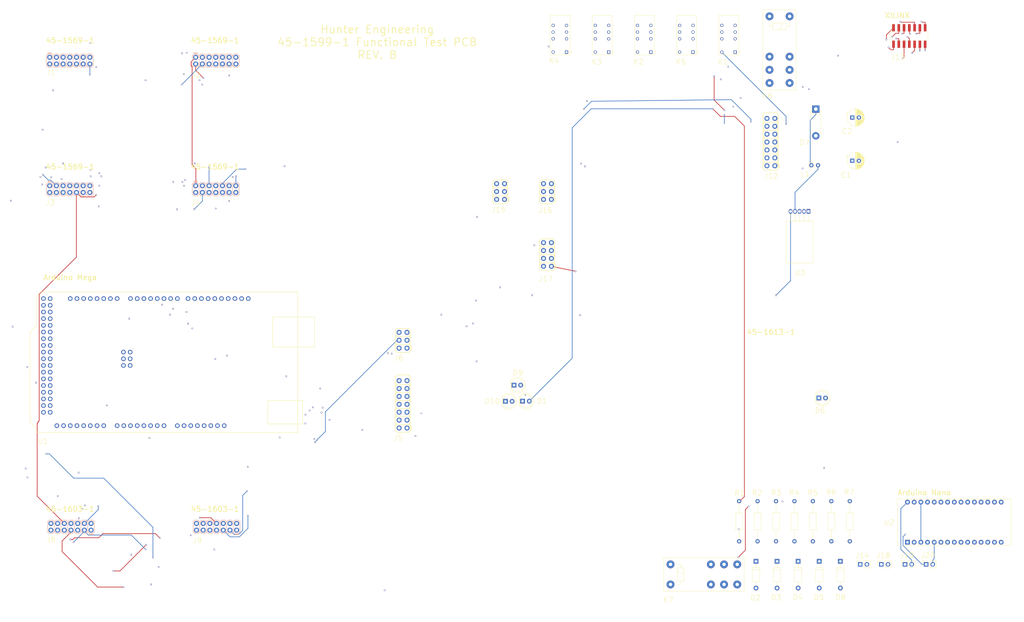
<source format=kicad_pcb>
(kicad_pcb (version 4) (host pcbnew 4.0.6)
  (layers (0 F.Cu signal) (1 In1.Cu signal) (2 In2.Cu signal) (31 B.Cu signal) (34 B.Paste user) (35 F.Paste user) (36 B.SilkS user) (37 F.SilkS user) (38 B.Mask user) (39 F.Mask user) (44 Edge.Cuts user))
  (net 0 "")
  (net 1 +12VDC)
  (net 2 +5VDC)
  (net 3 "Net-(D1-Pad2)")
  (net 4 35Digital49_J18.1)
  (net 5 37Digital47_J5.1)
  (net 6 36Digital48_J4.1)
  (net 7 41Digital43_J6.1)
  (net 8 "Net-(D6-Pad2)")
  (net 9 "Net-(D7-Pad1)")
  (net 10 42Digital42_J7.1)
  (net 11 "Net-(D9-Pad2)")
  (net 12 "Net-(D10-Pad2)")
  (net 13 "Net-(J1-Pad1)")
  (net 14 "Net-(J1-Pad2)")
  (net 15 "Net-(J1-Pad3)")
  (net 16 "Net-(J1-Pad4)")
  (net 17 "Net-(J1-Pad5)")
  (net 18 "Net-(J1-Pad6)")
  (net 19 "Net-(J1-Pad7)")
  (net 20 "Net-(J1-Pad8)")
  (net 21 "Net-(J1-Pad9)")
  (net 22 "Net-(J1-Pad10)")
  (net 23 "Net-(J1-Pad11)")
  (net 24 "Net-(J1-Pad12)")
  (net 25 "Net-(J1-Pad13)")
  (net 26 "Net-(J1-Pad14)")
  (net 27 "Net-(J12-Pad1)")
  (net 28 "Net-(J12-Pad2)")
  (net 29 "Net-(J12-Pad3)")
  (net 30 "Net-(J12-Pad4)")
  (net 31 "Net-(J12-Pad5)")
  (net 32 "Net-(J12-Pad6)")
  (net 33 "Net-(J12-Pad7)")
  (net 34 "Net-(J12-Pad8)")
  (net 35 "Net-(J12-Pad9)")
  (net 36 "Net-(J12-Pad10)")
  (net 37 "Net-(J12-Pad11)")
  (net 38 "Net-(J12-Pad12)")
  (net 39 "Net-(J12-Pad13)")
  (net 40 "Net-(J12-Pad14)")
  (net 41 "Net-(J14-Pad1)")
  (net 42 TP77Analog)
  (net 43 TP73Analog)
  (net 44 TP74Analog)
  (net 45 TP78Analog)
  (net 46 TP71Analog)
  (net 47 TP72Analog)
  (net 48 TP79Analog)
  (net 49 TP65Analog)
  (net 50 TP80Analog)
  (net 51 J18.1)
  (net 52 J18.2)
  (net 53 J7.1)
  (net 54 J7.2)
  (net 55 J6.1)
  (net 56 J6.2)
  (net 57 J5.1)
  (net 58 J5.2)
  (net 59 J4.1)
  (net 60 J4.2)
  (net 61 nanoDigital3)
  (net 62 nanoDigital4)
  (net 63 "Net-(K6-Pad12)")
  (net 64 DUT_U2_LED1_Digital24)
  (net 65 DUT_U2_LED2_Digital25)
  (net 66 DUT_U2_LED3_Digital26)
  (net 67 1613_U2_LED_Digital27)
  (net 68 nanoDigital2)
  (net 69 "Net-(U2-Pad28)")
  (net 70 J27-3)
  (net 71 TP70Analog)
  (net 72 TP75Analog)
  (net 73 J27-1)
  (net 74 36Digital50_J4.1)
  (net 75 36Digital51_J4.1)
  (net 76 "Net-(K7-Pad12)")
  (net 77 voltagDividerAnalogCheck)
  (module Conn_02x07:2X8 (layer B.Cu) (at 133.4 102.4)
    (fp_text reference J1 (at 0.458 5.8294) (layer F.SilkS) (effects (font (size 2 2) (thickness 0.127))))
    (fp_text value CONN_01X14)
    (pad 1 thru_hole circle (at 0 0) (size 1.8796 1.8796) (drill 1.016) (layers *.Cu *.Mask) (net 13 "Net-(J1-Pad1)"))
    (pad 2 thru_hole circle (at 0 2.54) (size 1.8796 1.8796) (drill 1.016) (layers *.Cu *.Mask) (net 14 "Net-(J1-Pad2)"))
    (pad 3 thru_hole circle (at 2.54 0) (size 1.8796 1.8796) (drill 1.016) (layers *.Cu *.Mask) (net 15 "Net-(J1-Pad3)"))
    (pad 4 thru_hole circle (at 2.54 2.54) (size 1.8796 1.8796) (drill 1.016) (layers *.Cu *.Mask) (net 16 "Net-(J1-Pad4)"))
    (pad 5 thru_hole circle (at 5.08 0) (size 1.8796 1.8796) (drill 1.016) (layers *.Cu *.Mask) (net 17 "Net-(J1-Pad5)"))
    (pad 6 thru_hole circle (at 5.08 2.54) (size 1.8796 1.8796) (drill 1.016) (layers *.Cu *.Mask) (net 18 "Net-(J1-Pad6)"))
    (pad 7 thru_hole circle (at 7.62 0) (size 1.8796 1.8796) (drill 1.016) (layers *.Cu *.Mask) (net 19 "Net-(J1-Pad7)"))
    (pad 8 thru_hole circle (at 7.62 2.54) (size 1.8796 1.8796) (drill 1.016) (layers *.Cu *.Mask) (net 20 "Net-(J1-Pad8)"))
    (pad 9 thru_hole circle (at 10.16 0) (size 1.8796 1.8796) (drill 1.016) (layers *.Cu *.Mask) (net 21 "Net-(J1-Pad9)"))
    (pad 10 thru_hole circle (at 10.16 2.54) (size 1.8796 1.8796) (drill 1.016) (layers *.Cu *.Mask) (net 22 "Net-(J1-Pad10)"))
    (pad 11 thru_hole circle (at 12.7 0) (size 1.8796 1.8796) (drill 1.016) (layers *.Cu *.Mask) (net 23 "Net-(J1-Pad11)"))
    (pad 12 thru_hole circle (at 12.7 2.54) (size 1.8796 1.8796) (drill 1.016) (layers *.Cu *.Mask) (net 24 "Net-(J1-Pad12)"))
    (pad 13 thru_hole circle (at 15.24 0) (size 1.8796 1.8796) (drill 1.016) (layers *.Cu *.Mask) (net 25 "Net-(J1-Pad13)"))
    (pad 14 thru_hole circle (at 15.24 2.54) (size 1.8796 1.8796) (drill 1.016) (layers *.Cu *.Mask) (net 26 "Net-(J1-Pad14)"))
  )
  (module Conn_02x07:2X8 (layer B.Cu) (at 188.8 102.4)
    (fp_text reference J2 (at 0.1252 6.6422) (layer F.SilkS) (effects (font (size 2 2))))
    (fp_text value CONN_01X14)
    (pad 1 thru_hole circle (at 0 0) (size 1.8796 1.8796) (drill 1.016) (layers *.Cu *.Mask) (net 13 "Net-(J1-Pad1)"))
    (pad 2 thru_hole circle (at 0 2.54) (size 1.8796 1.8796) (drill 1.016) (layers *.Cu *.Mask) (net 14 "Net-(J1-Pad2)"))
    (pad 3 thru_hole circle (at 2.54 0) (size 1.8796 1.8796) (drill 1.016) (layers *.Cu *.Mask) (net 15 "Net-(J1-Pad3)"))
    (pad 4 thru_hole circle (at 2.54 2.54) (size 1.8796 1.8796) (drill 1.016) (layers *.Cu *.Mask) (net 16 "Net-(J1-Pad4)"))
    (pad 5 thru_hole circle (at 5.08 0) (size 1.8796 1.8796) (drill 1.016) (layers *.Cu *.Mask) (net 17 "Net-(J1-Pad5)"))
    (pad 6 thru_hole circle (at 5.08 2.54) (size 1.8796 1.8796) (drill 1.016) (layers *.Cu *.Mask) (net 18 "Net-(J1-Pad6)"))
    (pad 7 thru_hole circle (at 7.62 0) (size 1.8796 1.8796) (drill 1.016) (layers *.Cu *.Mask) (net 19 "Net-(J1-Pad7)"))
    (pad 8 thru_hole circle (at 7.62 2.54) (size 1.8796 1.8796) (drill 1.016) (layers *.Cu *.Mask) (net 20 "Net-(J1-Pad8)"))
    (pad 9 thru_hole circle (at 10.16 0) (size 1.8796 1.8796) (drill 1.016) (layers *.Cu *.Mask) (net 21 "Net-(J1-Pad9)"))
    (pad 10 thru_hole circle (at 10.16 2.54) (size 1.8796 1.8796) (drill 1.016) (layers *.Cu *.Mask) (net 22 "Net-(J1-Pad10)"))
    (pad 11 thru_hole circle (at 12.7 0) (size 1.8796 1.8796) (drill 1.016) (layers *.Cu *.Mask) (net 23 "Net-(J1-Pad11)"))
    (pad 12 thru_hole circle (at 12.7 2.54) (size 1.8796 1.8796) (drill 1.016) (layers *.Cu *.Mask) (net 24 "Net-(J1-Pad12)"))
    (pad 13 thru_hole circle (at 15.24 0) (size 1.8796 1.8796) (drill 1.016) (layers *.Cu *.Mask) (net 25 "Net-(J1-Pad13)"))
    (pad 14 thru_hole circle (at 15.24 2.54) (size 1.8796 1.8796) (drill 1.016) (layers *.Cu *.Mask) (net 26 "Net-(J1-Pad14)"))
  )
  (module Conn_02x07:2X8 (layer B.Cu) (at 188.8 151.2)
    (fp_text reference J4 (at 0.0744 6.5594) (layer F.SilkS) (effects (font (size 2 2))))
    (fp_text value CONN_01X14)
    (pad 1 thru_hole circle (at 0 0) (size 1.8796 1.8796) (drill 1.016) (layers *.Cu *.Mask) (net 13 "Net-(J1-Pad1)"))
    (pad 2 thru_hole circle (at 0 2.54) (size 1.8796 1.8796) (drill 1.016) (layers *.Cu *.Mask) (net 14 "Net-(J1-Pad2)"))
    (pad 3 thru_hole circle (at 2.54 0) (size 1.8796 1.8796) (drill 1.016) (layers *.Cu *.Mask) (net 15 "Net-(J1-Pad3)"))
    (pad 4 thru_hole circle (at 2.54 2.54) (size 1.8796 1.8796) (drill 1.016) (layers *.Cu *.Mask) (net 16 "Net-(J1-Pad4)"))
    (pad 5 thru_hole circle (at 5.08 0) (size 1.8796 1.8796) (drill 1.016) (layers *.Cu *.Mask) (net 17 "Net-(J1-Pad5)"))
    (pad 6 thru_hole circle (at 5.08 2.54) (size 1.8796 1.8796) (drill 1.016) (layers *.Cu *.Mask) (net 18 "Net-(J1-Pad6)"))
    (pad 7 thru_hole circle (at 7.62 0) (size 1.8796 1.8796) (drill 1.016) (layers *.Cu *.Mask) (net 19 "Net-(J1-Pad7)"))
    (pad 8 thru_hole circle (at 7.62 2.54) (size 1.8796 1.8796) (drill 1.016) (layers *.Cu *.Mask) (net 20 "Net-(J1-Pad8)"))
    (pad 9 thru_hole circle (at 10.16 0) (size 1.8796 1.8796) (drill 1.016) (layers *.Cu *.Mask) (net 21 "Net-(J1-Pad9)"))
    (pad 10 thru_hole circle (at 10.16 2.54) (size 1.8796 1.8796) (drill 1.016) (layers *.Cu *.Mask) (net 22 "Net-(J1-Pad10)"))
    (pad 11 thru_hole circle (at 12.7 0) (size 1.8796 1.8796) (drill 1.016) (layers *.Cu *.Mask) (net 23 "Net-(J1-Pad11)"))
    (pad 12 thru_hole circle (at 12.7 2.54) (size 1.8796 1.8796) (drill 1.016) (layers *.Cu *.Mask) (net 24 "Net-(J1-Pad12)"))
    (pad 13 thru_hole circle (at 15.24 0) (size 1.8796 1.8796) (drill 1.016) (layers *.Cu *.Mask) (net 25 "Net-(J1-Pad13)"))
    (pad 14 thru_hole circle (at 15.24 2.54) (size 1.8796 1.8796) (drill 1.016) (layers *.Cu *.Mask) (net 26 "Net-(J1-Pad14)"))
  )
  (module Conn_02x07:2X8 (layer B.Cu) (at 133.4 151.2)
    (fp_text reference J3 (at 0.2294 6.407) (layer F.SilkS) (effects (font (size 2 2))))
    (fp_text value CONN_01X14)
    (pad 1 thru_hole circle (at 0 0) (size 1.8796 1.8796) (drill 1.016) (layers *.Cu *.Mask) (net 13 "Net-(J1-Pad1)"))
    (pad 2 thru_hole circle (at 0 2.54) (size 1.8796 1.8796) (drill 1.016) (layers *.Cu *.Mask) (net 14 "Net-(J1-Pad2)"))
    (pad 3 thru_hole circle (at 2.54 0) (size 1.8796 1.8796) (drill 1.016) (layers *.Cu *.Mask) (net 15 "Net-(J1-Pad3)"))
    (pad 4 thru_hole circle (at 2.54 2.54) (size 1.8796 1.8796) (drill 1.016) (layers *.Cu *.Mask) (net 16 "Net-(J1-Pad4)"))
    (pad 5 thru_hole circle (at 5.08 0) (size 1.8796 1.8796) (drill 1.016) (layers *.Cu *.Mask) (net 17 "Net-(J1-Pad5)"))
    (pad 6 thru_hole circle (at 5.08 2.54) (size 1.8796 1.8796) (drill 1.016) (layers *.Cu *.Mask) (net 18 "Net-(J1-Pad6)"))
    (pad 7 thru_hole circle (at 7.62 0) (size 1.8796 1.8796) (drill 1.016) (layers *.Cu *.Mask) (net 19 "Net-(J1-Pad7)"))
    (pad 8 thru_hole circle (at 7.62 2.54) (size 1.8796 1.8796) (drill 1.016) (layers *.Cu *.Mask) (net 20 "Net-(J1-Pad8)"))
    (pad 9 thru_hole circle (at 10.16 0) (size 1.8796 1.8796) (drill 1.016) (layers *.Cu *.Mask) (net 21 "Net-(J1-Pad9)"))
    (pad 10 thru_hole circle (at 10.16 2.54) (size 1.8796 1.8796) (drill 1.016) (layers *.Cu *.Mask) (net 22 "Net-(J1-Pad10)"))
    (pad 11 thru_hole circle (at 12.7 0) (size 1.8796 1.8796) (drill 1.016) (layers *.Cu *.Mask) (net 23 "Net-(J1-Pad11)"))
    (pad 12 thru_hole circle (at 12.7 2.54) (size 1.8796 1.8796) (drill 1.016) (layers *.Cu *.Mask) (net 24 "Net-(J1-Pad12)"))
    (pad 13 thru_hole circle (at 15.24 0) (size 1.8796 1.8796) (drill 1.016) (layers *.Cu *.Mask) (net 25 "Net-(J1-Pad13)"))
    (pad 14 thru_hole circle (at 15.24 2.54) (size 1.8796 1.8796) (drill 1.016) (layers *.Cu *.Mask) (net 26 "Net-(J1-Pad14)"))
  )
  (module Conn_02x07:2X8 (layer B.Cu) (at 149.1 282 180)
    (fp_text reference J8 (at 15.2166 -3.5976 180) (layer F.SilkS) (effects (font (size 2 2))))
    (fp_text value CONN_01X14)
    (pad 1 thru_hole circle (at 0 0 180) (size 1.8796 1.8796) (drill 1.016) (layers *.Cu *.Mask) (net 13 "Net-(J1-Pad1)"))
    (pad 2 thru_hole circle (at 0 2.54 180) (size 1.8796 1.8796) (drill 1.016) (layers *.Cu *.Mask) (net 14 "Net-(J1-Pad2)"))
    (pad 3 thru_hole circle (at 2.54 0 180) (size 1.8796 1.8796) (drill 1.016) (layers *.Cu *.Mask) (net 15 "Net-(J1-Pad3)"))
    (pad 4 thru_hole circle (at 2.54 2.54 180) (size 1.8796 1.8796) (drill 1.016) (layers *.Cu *.Mask) (net 16 "Net-(J1-Pad4)"))
    (pad 5 thru_hole circle (at 5.08 0 180) (size 1.8796 1.8796) (drill 1.016) (layers *.Cu *.Mask) (net 17 "Net-(J1-Pad5)"))
    (pad 6 thru_hole circle (at 5.08 2.54 180) (size 1.8796 1.8796) (drill 1.016) (layers *.Cu *.Mask) (net 18 "Net-(J1-Pad6)"))
    (pad 7 thru_hole circle (at 7.62 0 180) (size 1.8796 1.8796) (drill 1.016) (layers *.Cu *.Mask) (net 19 "Net-(J1-Pad7)"))
    (pad 8 thru_hole circle (at 7.62 2.54 180) (size 1.8796 1.8796) (drill 1.016) (layers *.Cu *.Mask) (net 20 "Net-(J1-Pad8)"))
    (pad 9 thru_hole circle (at 10.16 0 180) (size 1.8796 1.8796) (drill 1.016) (layers *.Cu *.Mask) (net 21 "Net-(J1-Pad9)"))
    (pad 10 thru_hole circle (at 10.16 2.54 180) (size 1.8796 1.8796) (drill 1.016) (layers *.Cu *.Mask) (net 22 "Net-(J1-Pad10)"))
    (pad 11 thru_hole circle (at 12.7 0 180) (size 1.8796 1.8796) (drill 1.016) (layers *.Cu *.Mask) (net 23 "Net-(J1-Pad11)"))
    (pad 12 thru_hole circle (at 12.7 2.54 180) (size 1.8796 1.8796) (drill 1.016) (layers *.Cu *.Mask) (net 24 "Net-(J1-Pad12)"))
    (pad 13 thru_hole circle (at 15.24 0 180) (size 1.8796 1.8796) (drill 1.016) (layers *.Cu *.Mask) (net 25 "Net-(J1-Pad13)"))
    (pad 14 thru_hole circle (at 15.24 2.54 180) (size 1.8796 1.8796) (drill 1.016) (layers *.Cu *.Mask) (net 26 "Net-(J1-Pad14)"))
  )
  (module Conn_02x07:2X8 (layer B.Cu) (at 204.343 282 180)
    (fp_text reference J9 (at 14.9098 -3.877 180) (layer F.SilkS) (effects (font (size 2 2))))
    (fp_text value CONN_01X14)
    (pad 1 thru_hole circle (at 0 0 180) (size 1.8796 1.8796) (drill 1.016) (layers *.Cu *.Mask) (net 13 "Net-(J1-Pad1)"))
    (pad 2 thru_hole circle (at 0 2.54 180) (size 1.8796 1.8796) (drill 1.016) (layers *.Cu *.Mask) (net 14 "Net-(J1-Pad2)"))
    (pad 3 thru_hole circle (at 2.54 0 180) (size 1.8796 1.8796) (drill 1.016) (layers *.Cu *.Mask) (net 15 "Net-(J1-Pad3)"))
    (pad 4 thru_hole circle (at 2.54 2.54 180) (size 1.8796 1.8796) (drill 1.016) (layers *.Cu *.Mask) (net 16 "Net-(J1-Pad4)"))
    (pad 5 thru_hole circle (at 5.08 0 180) (size 1.8796 1.8796) (drill 1.016) (layers *.Cu *.Mask) (net 17 "Net-(J1-Pad5)"))
    (pad 6 thru_hole circle (at 5.08 2.54 180) (size 1.8796 1.8796) (drill 1.016) (layers *.Cu *.Mask) (net 18 "Net-(J1-Pad6)"))
    (pad 7 thru_hole circle (at 7.62 0 180) (size 1.8796 1.8796) (drill 1.016) (layers *.Cu *.Mask) (net 19 "Net-(J1-Pad7)"))
    (pad 8 thru_hole circle (at 7.62 2.54 180) (size 1.8796 1.8796) (drill 1.016) (layers *.Cu *.Mask) (net 20 "Net-(J1-Pad8)"))
    (pad 9 thru_hole circle (at 10.16 0 180) (size 1.8796 1.8796) (drill 1.016) (layers *.Cu *.Mask) (net 21 "Net-(J1-Pad9)"))
    (pad 10 thru_hole circle (at 10.16 2.54 180) (size 1.8796 1.8796) (drill 1.016) (layers *.Cu *.Mask) (net 22 "Net-(J1-Pad10)"))
    (pad 11 thru_hole circle (at 12.7 0 180) (size 1.8796 1.8796) (drill 1.016) (layers *.Cu *.Mask) (net 23 "Net-(J1-Pad11)"))
    (pad 12 thru_hole circle (at 12.7 2.54 180) (size 1.8796 1.8796) (drill 1.016) (layers *.Cu *.Mask) (net 24 "Net-(J1-Pad12)"))
    (pad 13 thru_hole circle (at 15.24 0 180) (size 1.8796 1.8796) (drill 1.016) (layers *.Cu *.Mask) (net 25 "Net-(J1-Pad13)"))
    (pad 14 thru_hole circle (at 15.24 2.54 180) (size 1.8796 1.8796) (drill 1.016) (layers *.Cu *.Mask) (net 26 "Net-(J1-Pad14)"))
  )
  (module Capacitor_THT:CP_Radial_D6.3mm_P2.50mm (layer F.Cu) (at 438 141.707)
    (fp_text reference C1 (at -2.3714 5.461) (layer F.SilkS) (effects (font (size 2 2))))
    (fp_text value "")
    (pad 1 thru_hole rect (at 0 0) (size 1.6 1.6) (drill 0.8) (layers *.Cu *.Mask) (net 1 +12VDC))
    (pad 2 thru_hole circle (at 2.5 0) (size 1.6 1.6) (drill 0.8) (layers *.Cu *.Mask) (net 70 J27-3))
  )
  (module Capacitor_THT:CP_Radial_D6.3mm_P2.50mm (layer F.Cu) (at 438 125.273)
    (fp_text reference C2 (at -2.0158 5.2324) (layer F.SilkS) (effects (font (size 2 2))))
    (fp_text value "")
    (pad 1 thru_hole rect (at 0 0) (size 1.6 1.6) (drill 0.8) (layers *.Cu *.Mask) (net 2 +5VDC))
    (pad 2 thru_hole circle (at 2.5 0) (size 1.6 1.6) (drill 0.8) (layers *.Cu *.Mask) (net 70 J27-3))
  )
  (module LEDs:LED_D5.0mm_FlatTop (layer F.Cu) (at 312.852 232.995)
    (fp_text reference D1 (at 7.3404 -0.0008 180) (layer F.SilkS) (effects (font (size 2 2))))
    (fp_text value "")
    (pad 1 thru_hole rect (at 0 0) (size 1.8 1.8) (drill 0.9) (layers *.Cu *.Mask) (net 70 J27-3))
    (pad 2 thru_hole circle (at 2.54 0) (size 1.8 1.8) (drill 0.9) (layers *.Cu *.Mask) (net 3 "Net-(D1-Pad2)"))
  )
  (module Diode_THT:D_A-405_P10.16mm_Horizontal (layer F.Cu) (at 401.444 293.832 270)
    (fp_text reference D2 (at 13.8386 0.2002 360) (layer F.SilkS) (effects (font (size 2 2))))
    (fp_text value "")
    (pad 1 thru_hole rect (at 0 0 270) (size 1.8 1.8) (drill 0.9) (layers *.Cu *.Mask) (net 4 35Digital49_J18.1))
    (pad 2 thru_hole oval (at 10.16 0 270) (size 1.8 1.8) (drill 0.9) (layers *.Cu *.Mask) (net 70 J27-3))
  )
  (module Diode_THT:D_A-405_P10.16mm_Horizontal (layer F.Cu) (at 409.444 293.832 270)
    (fp_text reference D3 (at 13.7878 0.3262 360) (layer F.SilkS) (effects (font (size 2 2))))
    (fp_text value "")
    (pad 1 thru_hole rect (at 0 0 270) (size 1.8 1.8) (drill 0.9) (layers *.Cu *.Mask) (net 5 37Digital47_J5.1))
    (pad 2 thru_hole oval (at 10.16 0 270) (size 1.8 1.8) (drill 0.9) (layers *.Cu *.Mask) (net 70 J27-3))
  )
  (module Diode_THT:D_A-405_P10.16mm_Horizontal (layer F.Cu) (at 417.444 293.832 270)
    (fp_text reference D4 (at 13.6862 0.122 360) (layer F.SilkS) (effects (font (size 2 2))))
    (fp_text value "")
    (pad 1 thru_hole rect (at 0 0 270) (size 1.8 1.8) (drill 0.9) (layers *.Cu *.Mask) (net 6 36Digital48_J4.1))
    (pad 2 thru_hole oval (at 10.16 0 270) (size 1.8 1.8) (drill 0.9) (layers *.Cu *.Mask) (net 70 J27-3))
  )
  (module Diode_THT:D_A-405_P10.16mm_Horizontal (layer F.Cu) (at 425.444 293.832 270)
    (fp_text reference D5 (at 13.6862 0.1718 360) (layer F.SilkS) (effects (font (size 2 2))))
    (fp_text value "")
    (pad 1 thru_hole rect (at 0 0 270) (size 1.8 1.8) (drill 0.9) (layers *.Cu *.Mask) (net 7 41Digital43_J6.1))
    (pad 2 thru_hole oval (at 10.16 0 270) (size 1.8 1.8) (drill 0.9) (layers *.Cu *.Mask) (net 70 J27-3))
  )
  (module LEDs:LED_D5.0mm_FlatTop (layer F.Cu) (at 425.298 231.8)
    (fp_text reference D6 (at 0.4314 4.6994) (layer F.SilkS) (effects (font (size 2 2))))
    (fp_text value "")
    (pad 1 thru_hole rect (at 0 0) (size 1.8 1.8) (drill 0.9) (layers *.Cu *.Mask) (net 70 J27-3))
    (pad 2 thru_hole circle (at 2.54 0) (size 1.8 1.8) (drill 0.9) (layers *.Cu *.Mask) (net 8 "Net-(D6-Pad2)"))
  )
  (module Diode_THT:D_5W_P10.16mm_Horizontal (layer F.Cu) (at 424.155 122.072 270)
    (fp_text reference D7 (at 12.7 4.3688 360) (layer F.SilkS) (effects (font (size 2 2))))
    (fp_text value "")
    (pad 1 thru_hole rect (at 0 0 270) (size 2.8 2.8) (drill 1.4) (layers *.Cu *.Mask) (net 9 "Net-(D7-Pad1)"))
    (pad 2 thru_hole oval (at 10.16 0 270) (size 2.8 2.8) (drill 1.4) (layers *.Cu *.Mask) (net 70 J27-3))
  )
  (module Diode_THT:D_A-405_P10.16mm_Horizontal (layer F.Cu) (at 433.444 293.832 270)
    (fp_text reference D8 (at 13.6354 -0.0842 360) (layer F.SilkS) (effects (font (size 2 2))))
    (fp_text value "")
    (pad 1 thru_hole rect (at 0 0 270) (size 1.8 1.8) (drill 0.9) (layers *.Cu *.Mask) (net 10 42Digital42_J7.1))
    (pad 2 thru_hole oval (at 10.16 0 270) (size 1.8 1.8) (drill 0.9) (layers *.Cu *.Mask) (net 70 J27-3))
  )
  (module LEDs:LED_D5.0mm_FlatTop (layer F.Cu) (at 309.601 226.924)
    (fp_text reference D9 (at 1.4474 -4.7248) (layer F.SilkS) (effects (font (size 2 2))))
    (fp_text value "")
    (pad 1 thru_hole rect (at 0 0) (size 1.8 1.8) (drill 0.9) (layers *.Cu *.Mask) (net 70 J27-3))
    (pad 2 thru_hole circle (at 2.54 0) (size 1.8 1.8) (drill 0.9) (layers *.Cu *.Mask) (net 11 "Net-(D9-Pad2)"))
  )
  (module LEDs:LED_D5.0mm_FlatTop (layer F.Cu) (at 306.35 233.071)
    (fp_text reference D10 (at -5.0044 -0.0514 180) (layer F.SilkS) (effects (font (size 2 2))))
    (fp_text value "")
    (pad 1 thru_hole rect (at 0 0) (size 1.8 1.8) (drill 0.9) (layers *.Cu *.Mask) (net 70 J27-3))
    (pad 2 thru_hole circle (at 2.54 0) (size 1.8 1.8) (drill 0.9) (layers *.Cu *.Mask) (net 12 "Net-(D10-Pad2)"))
  )
  (module EC2-5NU:RELAY_EC2-5NU (layer F.Cu) (at 391 94 180)
    (fp_text reference K1 (at 2.1006 -10.1654 180) (layer F.SilkS) (effects (font (size 2 2))))
    (fp_text value "")
    (pad 1 thru_hole rect (at -2.54 -6.45 180) (size 1.2 1.2) (drill 0.8) (layers *.Cu *.Mask) (net 4 35Digital49_J18.1))
    (pad 12 thru_hole circle (at 2.54 -6.45 180) (size 1.2 1.2) (drill 0.8) (layers *.Cu *.Mask) (net 70 J27-3))
    (pad 3 thru_hole circle (at -2.54 -1.37 180) (size 1.2 1.2) (drill 0.8) (layers *.Cu *.Mask))
    (pad 8 thru_hole circle (at 2.54 3.71 180) (size 1.2 1.2) (drill 0.8) (layers *.Cu *.Mask))
    (pad 4 thru_hole circle (at -2.54 1.17 180) (size 1.2 1.2) (drill 0.8) (layers *.Cu *.Mask) (net 51 J18.1))
    (pad 5 thru_hole circle (at -2.54 3.71 180) (size 1.2 1.2) (drill 0.8) (layers *.Cu *.Mask) (net 52 J18.2))
    (pad 10 thru_hole circle (at 2.54 -1.37 180) (size 1.2 1.2) (drill 0.8) (layers *.Cu *.Mask))
    (pad 9 thru_hole circle (at 2.54 1.17 180) (size 1.2 1.2) (drill 0.8) (layers *.Cu *.Mask))
  )
  (module EC2-5NU:RELAY_EC2-5NU (layer F.Cu) (at 359 94 180)
    (fp_text reference K2 (at 2.1554 -10.0892 180) (layer F.SilkS) (effects (font (size 2 2))))
    (fp_text value "")
    (pad 1 thru_hole rect (at -2.54 -6.45 180) (size 1.2 1.2) (drill 0.8) (layers *.Cu *.Mask) (net 6 36Digital48_J4.1))
    (pad 12 thru_hole circle (at 2.54 -6.45 180) (size 1.2 1.2) (drill 0.8) (layers *.Cu *.Mask) (net 70 J27-3))
    (pad 3 thru_hole circle (at -2.54 -1.37 180) (size 1.2 1.2) (drill 0.8) (layers *.Cu *.Mask))
    (pad 8 thru_hole circle (at 2.54 3.71 180) (size 1.2 1.2) (drill 0.8) (layers *.Cu *.Mask))
    (pad 4 thru_hole circle (at -2.54 1.17 180) (size 1.2 1.2) (drill 0.8) (layers *.Cu *.Mask) (net 60 J4.2))
    (pad 5 thru_hole circle (at -2.54 3.71 180) (size 1.2 1.2) (drill 0.8) (layers *.Cu *.Mask) (net 59 J4.1))
    (pad 10 thru_hole circle (at 2.54 -1.37 180) (size 1.2 1.2) (drill 0.8) (layers *.Cu *.Mask))
    (pad 9 thru_hole circle (at 2.54 1.17 180) (size 1.2 1.2) (drill 0.8) (layers *.Cu *.Mask))
  )
  (module EC2-5NU:RELAY_EC2-5NU (layer F.Cu) (at 343 94 180)
    (fp_text reference K3 (at 1.9542 -10.1908 180) (layer F.SilkS) (effects (font (size 2 2))))
    (fp_text value "")
    (pad 1 thru_hole rect (at -2.54 -6.45 180) (size 1.2 1.2) (drill 0.8) (layers *.Cu *.Mask) (net 5 37Digital47_J5.1))
    (pad 12 thru_hole circle (at 2.54 -6.45 180) (size 1.2 1.2) (drill 0.8) (layers *.Cu *.Mask) (net 70 J27-3))
    (pad 3 thru_hole circle (at -2.54 -1.37 180) (size 1.2 1.2) (drill 0.8) (layers *.Cu *.Mask))
    (pad 8 thru_hole circle (at 2.54 3.71 180) (size 1.2 1.2) (drill 0.8) (layers *.Cu *.Mask))
    (pad 4 thru_hole circle (at -2.54 1.17 180) (size 1.2 1.2) (drill 0.8) (layers *.Cu *.Mask) (net 58 J5.2))
    (pad 5 thru_hole circle (at -2.54 3.71 180) (size 1.2 1.2) (drill 0.8) (layers *.Cu *.Mask) (net 57 J5.1))
    (pad 10 thru_hole circle (at 2.54 -1.37 180) (size 1.2 1.2) (drill 0.8) (layers *.Cu *.Mask))
    (pad 9 thru_hole circle (at 2.54 1.17 180) (size 1.2 1.2) (drill 0.8) (layers *.Cu *.Mask))
  )
  (module EC2-5NU:RELAY_EC2-5NU (layer F.Cu) (at 327 94 180)
    (fp_text reference K4 (at 2.1848 -9.6574 180) (layer F.SilkS) (effects (font (size 2 2))))
    (fp_text value "")
    (pad 1 thru_hole rect (at -2.54 -6.45 180) (size 1.2 1.2) (drill 0.8) (layers *.Cu *.Mask) (net 7 41Digital43_J6.1))
    (pad 12 thru_hole circle (at 2.54 -6.45 180) (size 1.2 1.2) (drill 0.8) (layers *.Cu *.Mask) (net 70 J27-3))
    (pad 3 thru_hole circle (at -2.54 -1.37 180) (size 1.2 1.2) (drill 0.8) (layers *.Cu *.Mask))
    (pad 8 thru_hole circle (at 2.54 3.71 180) (size 1.2 1.2) (drill 0.8) (layers *.Cu *.Mask))
    (pad 4 thru_hole circle (at -2.54 1.17 180) (size 1.2 1.2) (drill 0.8) (layers *.Cu *.Mask) (net 56 J6.2))
    (pad 5 thru_hole circle (at -2.54 3.71 180) (size 1.2 1.2) (drill 0.8) (layers *.Cu *.Mask) (net 55 J6.1))
    (pad 10 thru_hole circle (at 2.54 -1.37 180) (size 1.2 1.2) (drill 0.8) (layers *.Cu *.Mask))
    (pad 9 thru_hole circle (at 2.54 1.17 180) (size 1.2 1.2) (drill 0.8) (layers *.Cu *.Mask))
  )
  (module EC2-5NU:RELAY_EC2-5NU (layer F.Cu) (at 375 94 180)
    (fp_text reference K5 (at 2.0772 -10.0892 180) (layer F.SilkS) (effects (font (size 2 2))))
    (fp_text value "")
    (pad 1 thru_hole rect (at -2.54 -6.45 180) (size 1.2 1.2) (drill 0.8) (layers *.Cu *.Mask) (net 10 42Digital42_J7.1))
    (pad 12 thru_hole circle (at 2.54 -6.45 180) (size 1.2 1.2) (drill 0.8) (layers *.Cu *.Mask) (net 70 J27-3))
    (pad 3 thru_hole circle (at -2.54 -1.37 180) (size 1.2 1.2) (drill 0.8) (layers *.Cu *.Mask))
    (pad 8 thru_hole circle (at 2.54 3.71 180) (size 1.2 1.2) (drill 0.8) (layers *.Cu *.Mask))
    (pad 4 thru_hole circle (at -2.54 1.17 180) (size 1.2 1.2) (drill 0.8) (layers *.Cu *.Mask) (net 54 J7.2))
    (pad 5 thru_hole circle (at -2.54 3.71 180) (size 1.2 1.2) (drill 0.8) (layers *.Cu *.Mask) (net 53 J7.1))
    (pad 10 thru_hole circle (at 2.54 -1.37 180) (size 1.2 1.2) (drill 0.8) (layers *.Cu *.Mask))
    (pad 9 thru_hole circle (at 2.54 1.17 180) (size 1.2 1.2) (drill 0.8) (layers *.Cu *.Mask))
  )
  (module Connector_PinSocket_2.54mm:PinSocket_1x02_P2.54mm_Vertical (layer F.Cu) (at 466 295 90)
    (fp_text reference J20 (at 3.408 0.6996 180) (layer F.SilkS) (effects (font (size 2 2))))
    (fp_text value "")
    (pad 1 thru_hole rect (at 0 0 90) (size 1.7 1.7) (drill 1) (layers *.Cu *.Mask) (net 2 +5VDC))
    (pad 2 thru_hole oval (at 0 2.54 90) (size 1.7 1.7) (drill 1) (layers *.Cu *.Mask) (net 68 nanoDigital2))
  )
  (module ARDUINO_NANO:SHIELD_ARDUINO_NANO (layer F.Cu) (at 476.707 278.968 90)
    (fp_text reference U2 (at -0.1018 -24.7394 180) (layer F.SilkS) (effects (font (size 2 2))))
    (fp_text value "")
    (pad 1 thru_hole rect (at -7.62 -17.78 90) (size 1.8 1.8) (drill 0.9) (layers *.Cu *.Mask))
    (pad 2 thru_hole circle (at -7.62 -15.24 90) (size 1.8 1.8) (drill 0.9) (layers *.Cu *.Mask))
    (pad 3 thru_hole circle (at -7.62 -12.7 90) (size 1.8 1.8) (drill 0.9) (layers *.Cu *.Mask) (net 69 "Net-(U2-Pad28)"))
    (pad 4 thru_hole circle (at -7.62 -10.16 90) (size 1.8 1.8) (drill 0.9) (layers *.Cu *.Mask) (net 70 J27-3))
    (pad 5 thru_hole circle (at -7.62 -7.62 90) (size 1.8 1.8) (drill 0.9) (layers *.Cu *.Mask) (net 68 nanoDigital2))
    (pad 6 thru_hole circle (at -7.62 -5.08 90) (size 1.8 1.8) (drill 0.9) (layers *.Cu *.Mask) (net 61 nanoDigital3))
    (pad 7 thru_hole circle (at -7.62 -2.54 90) (size 1.8 1.8) (drill 0.9) (layers *.Cu *.Mask) (net 62 nanoDigital4))
    (pad 8 thru_hole circle (at -7.62 0 90) (size 1.8 1.8) (drill 0.9) (layers *.Cu *.Mask))
    (pad 9 thru_hole circle (at -7.62 2.54 90) (size 1.8 1.8) (drill 0.9) (layers *.Cu *.Mask))
    (pad 10 thru_hole circle (at -7.62 5.08 90) (size 1.8 1.8) (drill 0.9) (layers *.Cu *.Mask))
    (pad 11 thru_hole circle (at -7.62 7.62 90) (size 1.8 1.8) (drill 0.9) (layers *.Cu *.Mask))
    (pad 12 thru_hole circle (at -7.62 10.16 90) (size 1.8 1.8) (drill 0.9) (layers *.Cu *.Mask))
    (pad 13 thru_hole circle (at -7.62 12.7 90) (size 1.8 1.8) (drill 0.9) (layers *.Cu *.Mask))
    (pad 14 thru_hole circle (at -7.62 15.24 90) (size 1.8 1.8) (drill 0.9) (layers *.Cu *.Mask))
    (pad 15 thru_hole circle (at -7.62 17.78 90) (size 1.8 1.8) (drill 0.9) (layers *.Cu *.Mask))
    (pad 16 thru_hole circle (at 7.62 17.78 90) (size 1.8 1.8) (drill 0.9) (layers *.Cu *.Mask))
    (pad 17 thru_hole circle (at 7.62 15.24 90) (size 1.8 1.8) (drill 0.9) (layers *.Cu *.Mask))
    (pad 18 thru_hole circle (at 7.62 12.7 90) (size 1.8 1.8) (drill 0.9) (layers *.Cu *.Mask))
    (pad 19 thru_hole circle (at 7.62 10.16 90) (size 1.8 1.8) (drill 0.9) (layers *.Cu *.Mask))
    (pad 20 thru_hole circle (at 7.62 7.62 90) (size 1.8 1.8) (drill 0.9) (layers *.Cu *.Mask))
    (pad 21 thru_hole circle (at 7.62 5.08 90) (size 1.8 1.8) (drill 0.9) (layers *.Cu *.Mask))
    (pad 22 thru_hole circle (at 7.62 2.54 90) (size 1.8 1.8) (drill 0.9) (layers *.Cu *.Mask))
    (pad 23 thru_hole circle (at 7.62 0 90) (size 1.8 1.8) (drill 0.9) (layers *.Cu *.Mask))
    (pad 24 thru_hole circle (at 7.62 -2.54 90) (size 1.8 1.8) (drill 0.9) (layers *.Cu *.Mask))
    (pad 25 thru_hole circle (at 7.62 -5.08 90) (size 1.8 1.8) (drill 0.9) (layers *.Cu *.Mask))
    (pad 26 thru_hole circle (at 7.62 -7.62 90) (size 1.8 1.8) (drill 0.9) (layers *.Cu *.Mask))
    (pad 27 thru_hole circle (at 7.62 -10.16 90) (size 1.8 1.8) (drill 0.9) (layers *.Cu *.Mask))
    (pad 28 thru_hole circle (at 7.62 -12.7 90) (size 1.8 1.8) (drill 0.9) (layers *.Cu *.Mask) (net 69 "Net-(U2-Pad28)"))
    (pad 29 thru_hole circle (at 7.62 -15.24 90) (size 1.8 1.8) (drill 0.9) (layers *.Cu *.Mask) (net 70 J27-3))
    (pad 30 thru_hole circle (at 7.62 -17.78 90) (size 1.8 1.8) (drill 0.9) (layers *.Cu *.Mask) (net 1 +12VDC))
  )
  (module Relays_THT:Relay_SPDT_Schrack-RT1-16A-FormC_RM5mm (layer F.Cu) (at 414.198 86.8426 270)
    (fp_text reference K6 (at 30.1498 8.3312 360) (layer F.SilkS) (effects (font (size 2 2))))
    (fp_text value "")
    (pad A1 thru_hole circle (at 0 0 270) (size 3 3) (drill 1.3) (layers *.Cu *.Mask) (net 61 nanoDigital3))
    (pad A2 thru_hole circle (at 0 7.62 270) (size 3 3) (drill 1.3) (layers *.Cu *.Mask) (net 62 nanoDigital4))
    (pad 11 thru_hole circle (at 20.32 0 270) (size 3 3) (drill 1.3) (layers *.Cu *.Mask) (net 2 +5VDC))
    (pad 14 thru_hole circle (at 25.32 7.62 270) (size 3 3) (drill 1.3) (layers *.Cu *.Mask) (net 41 "Net-(J14-Pad1)"))
    (pad 12 thru_hole circle (at 15.32 7.62 270) (size 3 3) (drill 1.3) (layers *.Cu *.Mask) (net 63 "Net-(K6-Pad12)"))
    (pad 12 thru_hole circle (at 15.32 0 270) (size 3 3) (drill 1.3) (layers *.Cu *.Mask) (net 63 "Net-(K6-Pad12)"))
    (pad 11 thru_hole circle (at 20.32 7.62 270) (size 3 3) (drill 1.3) (layers *.Cu *.Mask) (net 2 +5VDC))
    (pad 14 thru_hole circle (at 25.32 0 270) (size 3 3) (drill 1.3) (layers *.Cu *.Mask) (net 41 "Net-(J14-Pad1)"))
  )
  (module TO_SOT_Packages_THT:TO-220-5_Horizontal (layer F.Cu) (at 421.361 160.934 180)
    (fp_text reference U3 (at 3.2308 -23.2894 180) (layer F.SilkS) (effects (font (size 2 2))))
    (fp_text value "")
    (pad 0 np_thru_hole oval (at 3.4 -16.66 180) (size 3.5 3.5) (drill 3.5) (layers *.Cu *.Mask))
    (pad 1 thru_hole rect (at 0 0 180) (size 1.35 1.8) (drill 1) (layers *.Cu *.Mask) (net 1 +12VDC))
    (pad 2 thru_hole oval (at 1.7 0 180) (size 1.35 1.8) (drill 1) (layers *.Cu *.Mask) (net 9 "Net-(D7-Pad1)"))
    (pad 3 thru_hole oval (at 3.4 0 180) (size 1.35 1.8) (drill 1) (layers *.Cu *.Mask) (net 70 J27-3))
    (pad 4 thru_hole oval (at 5.1 0 180) (size 1.35 1.8) (drill 1) (layers *.Cu *.Mask) (net 2 +5VDC))
    (pad 5 thru_hole oval (at 6.8 0 180) (size 1.35 1.8) (drill 1) (layers *.Cu *.Mask) (net 70 J27-3))
  )
  (module Connector_PinSocket_2.54mm:PinSocket_1x02_P2.54mm_Vertical (layer F.Cu) (at 449 295 90)
    (fp_text reference J18 (at 3.3318 0.7832 180) (layer F.SilkS) (effects (font (size 2 2))))
    (fp_text value "")
    (pad 1 thru_hole rect (at 0 0 90) (size 1.7 1.7) (drill 1) (layers *.Cu *.Mask) (net 1 +12VDC))
    (pad 2 thru_hole oval (at 0 2.54 90) (size 1.7 1.7) (drill 1) (layers *.Cu *.Mask) (net 70 J27-3))
  )
  (module Inductor_THT:L_Axial_L5.3mm_D2.2mm_P2.54mm_Vertical_Vishay_IM-1 (layer F.Cu) (at 422.453 143.408)
    (fp_text reference L1 (at -2.3714 3.302) (layer F.SilkS) (effects (font (size 2 2))))
    (fp_text value "")
    (pad 1 thru_hole circle (at 0 0) (size 1.6 1.6) (drill 0.8) (layers *.Cu *.Mask) (net 9 "Net-(D7-Pad1)"))
    (pad 2 thru_hole oval (at 2.54 0) (size 1.6 1.6) (drill 0.8) (layers *.Cu *.Mask) (net 2 +5VDC))
  )
  (module Connector_PinSocket_2.54mm:PinSocket_1x02_P2.54mm_Vertical (layer F.Cu) (at 458 295 90)
    (fp_text reference J19 (at 3.408 0.6986 180) (layer F.SilkS) (effects (font (size 2 2))))
    (fp_text value Fan)
    (pad 1 thru_hole rect (at 0 0 90) (size 1.7 1.7) (drill 1) (layers *.Cu *.Mask) (net 70 J27-3))
    (pad 2 thru_hole oval (at 0 2.54 90) (size 1.7 1.7) (drill 1) (layers *.Cu *.Mask) (net 1 +12VDC))
  )
  (module Connector_PinSocket_2.00mm:PinSocket_2x07_P2.00mm_Vertical_SMD (layer F.Cu) (at 459.634 94.3086 90)
    (fp_text reference J13 (at -7.9518 -4.2628 180) (layer F.SilkS) (effects (font (size 2 2))))
    (fp_text value "")
    (pad 1 smd rect (at 3.125 -6 90) (size 2.75 1) (layers F.Cu F.Paste F.Mask) (net 27 "Net-(J12-Pad1)"))
    (pad 2 smd rect (at -3.125 -6 90) (size 2.75 1) (layers F.Cu F.Paste F.Mask) (net 28 "Net-(J12-Pad2)"))
    (pad 3 smd rect (at 3.125 -4 90) (size 2.75 1) (layers F.Cu F.Paste F.Mask) (net 29 "Net-(J12-Pad3)"))
    (pad 4 smd rect (at -3.125 -4 90) (size 2.75 1) (layers F.Cu F.Paste F.Mask) (net 30 "Net-(J12-Pad4)"))
    (pad 5 smd rect (at 3.125 -2 90) (size 2.75 1) (layers F.Cu F.Paste F.Mask) (net 31 "Net-(J12-Pad5)"))
    (pad 6 smd rect (at -3.125 -2 90) (size 2.75 1) (layers F.Cu F.Paste F.Mask) (net 32 "Net-(J12-Pad6)"))
    (pad 7 smd rect (at 3.125 0 90) (size 2.75 1) (layers F.Cu F.Paste F.Mask) (net 33 "Net-(J12-Pad7)"))
    (pad 8 smd rect (at -3.125 0 90) (size 2.75 1) (layers F.Cu F.Paste F.Mask) (net 34 "Net-(J12-Pad8)"))
    (pad 9 smd rect (at 3.125 2 90) (size 2.75 1) (layers F.Cu F.Paste F.Mask) (net 35 "Net-(J12-Pad9)"))
    (pad 10 smd rect (at -3.125 2 90) (size 2.75 1) (layers F.Cu F.Paste F.Mask) (net 36 "Net-(J12-Pad10)"))
    (pad 11 smd rect (at 3.125 4 90) (size 2.75 1) (layers F.Cu F.Paste F.Mask) (net 37 "Net-(J12-Pad11)"))
    (pad 12 smd rect (at -3.125 4 90) (size 2.75 1) (layers F.Cu F.Paste F.Mask) (net 38 "Net-(J12-Pad12)"))
    (pad 13 smd rect (at 3.125 6 90) (size 2.75 1) (layers F.Cu F.Paste F.Mask) (net 39 "Net-(J12-Pad13)"))
    (pad 14 smd rect (at -3.125 6 90) (size 2.75 1) (layers F.Cu F.Paste F.Mask) (net 40 "Net-(J12-Pad14)"))
  )
  (module Resistor_THT:R_Axial_DIN0207_L6.3mm_D2.5mm_P15.24mm_Horizontal (layer F.Cu) (at 395.039 286.236 90)
    (fp_text reference R1 (at 18.2916 0.1854 180) (layer F.SilkS) (effects (font (size 2 2))))
    (fp_text value "")
    (pad 1 thru_hole circle (at 0 0 90) (size 1.6 1.6) (drill 0.8) (layers *.Cu *.Mask) (net 66 DUT_U2_LED3_Digital26))
    (pad 2 thru_hole oval (at 15.24 0 90) (size 1.6 1.6) (drill 0.8) (layers *.Cu *.Mask) (net 3 "Net-(D1-Pad2)"))
  )
  (module Resistor_THT:R_Axial_DIN0207_L6.3mm_D2.5mm_P15.24mm_Horizontal (layer F.Cu) (at 402.039 286.236 90)
    (fp_text reference R2 (at 18.4694 -0.1852 180) (layer F.SilkS) (effects (font (size 2 2))))
    (fp_text value "")
    (pad 1 thru_hole circle (at 0 0 90) (size 1.6 1.6) (drill 0.8) (layers *.Cu *.Mask) (net 67 1613_U2_LED_Digital27))
    (pad 2 thru_hole oval (at 15.24 0 90) (size 1.6 1.6) (drill 0.8) (layers *.Cu *.Mask) (net 8 "Net-(D6-Pad2)"))
  )
  (module Resistor_THT:R_Axial_DIN0207_L6.3mm_D2.5mm_P15.24mm_Horizontal (layer F.Cu) (at 409.039 286.236 90)
    (fp_text reference R3 (at 18.444 0.0538 180) (layer F.SilkS) (effects (font (size 2 2))))
    (fp_text value "")
    (pad 1 thru_hole circle (at 0 0 90) (size 1.6 1.6) (drill 0.8) (layers *.Cu *.Mask) (net 68 nanoDigital2))
    (pad 2 thru_hole oval (at 15.24 0 90) (size 1.6 1.6) (drill 0.8) (layers *.Cu *.Mask) (net 70 J27-3))
  )
  (module Resistor_THT:R_Axial_DIN0207_L6.3mm_D2.5mm_P15.24mm_Horizontal (layer F.Cu) (at 416.039 286.236 90)
    (fp_text reference R4 (at 18.5456 -0.139 180) (layer F.SilkS) (effects (font (size 2 2))))
    (fp_text value "")
    (pad 1 thru_hole circle (at 0 0 90) (size 1.6 1.6) (drill 0.8) (layers *.Cu *.Mask) (net 65 DUT_U2_LED2_Digital25))
    (pad 2 thru_hole oval (at 15.24 0 90) (size 1.6 1.6) (drill 0.8) (layers *.Cu *.Mask) (net 11 "Net-(D9-Pad2)"))
  )
  (module Resistor_THT:R_Axial_DIN0207_L6.3mm_D2.5mm_P15.24mm_Horizontal (layer F.Cu) (at 423.039 286.236 90)
    (fp_text reference R5 (at 18.4694 -0.0524 180) (layer F.SilkS) (effects (font (size 2 2))))
    (fp_text value "")
    (pad 1 thru_hole circle (at 0 0 90) (size 1.6 1.6) (drill 0.8) (layers *.Cu *.Mask) (net 64 DUT_U2_LED1_Digital24))
    (pad 2 thru_hole oval (at 15.24 0 90) (size 1.6 1.6) (drill 0.8) (layers *.Cu *.Mask) (net 12 "Net-(D10-Pad2)"))
  )
  (module Relays_THT:Relay_SPDT_Schrack-RT1-16A-FormC_RM5mm (layer F.Cu) (at 369 295)
    (fp_text reference K7 (at -0.8524 13.483 180) (layer F.SilkS) (effects (font (size 2 2))))
    (fp_text value "")
    (pad A1 thru_hole circle (at 0 0) (size 3 3) (drill 1.3) (layers *.Cu *.Mask) (net 74 36Digital50_J4.1))
    (pad A2 thru_hole circle (at 0 7.62) (size 3 3) (drill 1.3) (layers *.Cu *.Mask) (net 75 36Digital51_J4.1))
    (pad 11 thru_hole circle (at 20.32 0) (size 3 3) (drill 1.3) (layers *.Cu *.Mask) (net 1 +12VDC))
    (pad 14 thru_hole circle (at 25.32 7.62) (size 3 3) (drill 1.3) (layers *.Cu *.Mask) (net 73 J27-1))
    (pad 12 thru_hole circle (at 15.32 7.62) (size 3 3) (drill 1.3) (layers *.Cu *.Mask) (net 76 "Net-(K7-Pad12)"))
    (pad 12 thru_hole circle (at 15.32 0) (size 3 3) (drill 1.3) (layers *.Cu *.Mask) (net 76 "Net-(K7-Pad12)"))
    (pad 11 thru_hole circle (at 20.32 7.62) (size 3 3) (drill 1.3) (layers *.Cu *.Mask) (net 1 +12VDC))
    (pad 14 thru_hole circle (at 25.32 0) (size 3 3) (drill 1.3) (layers *.Cu *.Mask) (net 73 J27-1))
  )
  (module Resistor_THT:R_Axial_DIN0207_L6.3mm_D2.5mm_P15.24mm_Horizontal (layer F.Cu) (at 437.039 286.236 90)
    (fp_text reference R7)
    (fp_text value R7 (at 18.6726 -0.2348 180) (layer F.SilkS) (effects (font (size 2 2))))
    (pad 1 thru_hole circle (at 0 0 90) (size 1.6 1.6) (drill 0.8) (layers *.Cu *.Mask) (net 77 voltagDividerAnalogCheck))
    (pad 2 thru_hole oval (at 15.24 0 90) (size 1.6 1.6) (drill 0.8) (layers *.Cu *.Mask) (net 70 J27-3))
  )
  (module Resistor_THT:R_Axial_DIN0207_L6.3mm_D2.5mm_P15.24mm_Horizontal (layer F.Cu) (at 430.039 286.236 90)
    (fp_text reference R6)
    (fp_text value R6 (at 18.6726 -0.042 180) (layer F.SilkS) (effects (font (size 2 2))))
    (pad 1 thru_hole circle (at 0 0 90) (size 1.6 1.6) (drill 0.8) (layers *.Cu *.Mask) (net 73 J27-1))
    (pad 2 thru_hole oval (at 15.24 0 90) (size 1.6 1.6) (drill 0.8) (layers *.Cu *.Mask) (net 77 voltagDividerAnalogCheck))
  )
  (module ARDUINO_NANO_New:Arduino_Mega2560_Shield (layer B.Cu) (at 227.559 244.856 180)
    (fp_text reference Mega1)
    (fp_text value U1 (at 96.7744 -3.3528 180) (layer F.SilkS) (effects (font (size 2 2))))
    (fp_text user . (at 62.484 32.004 180) (layer B.SilkS) (effects (justify mirror)))
    (pad RST2 thru_hole oval (at 63.627 25.4 180) (size 1.7272 1.7272) (drill 1.016) (layers *.Cu *.Mask))
    (pad GND4 thru_hole oval (at 66.167 25.4 180) (size 1.7272 1.7272) (drill 1.016) (layers *.Cu *.Mask))
    (pad MOSI thru_hole oval (at 66.167 27.94 180) (size 1.7272 1.7272) (drill 1.016) (layers *.Cu *.Mask))
    (pad SCK thru_hole oval (at 63.627 27.94 180) (size 1.7272 1.7272) (drill 1.016) (layers *.Cu *.Mask))
    (pad 5V2 thru_hole oval (at 66.167 30.48 180) (size 1.7272 1.7272) (drill 1.016) (layers *.Cu *.Mask))
    (pad A0 thru_hole oval (at 50.8 2.54 180) (size 1.7272 1.7272) (drill 1.016) (layers *.Cu *.Mask))
    (pad VIN thru_hole oval (at 45.72 2.54 180) (size 1.7272 1.7272) (drill 1.016) (layers *.Cu *.Mask))
    (pad GND3 thru_hole oval (at 43.18 2.54 180) (size 1.7272 1.7272) (drill 1.016) (layers *.Cu *.Mask))
    (pad GND2 thru_hole oval (at 40.64 2.54 180) (size 1.7272 1.7272) (drill 1.016) (layers *.Cu *.Mask))
    (pad 5V1 thru_hole oval (at 38.1 2.54 180) (size 1.7272 1.7272) (drill 1.016) (layers *.Cu *.Mask))
    (pad 3V3 thru_hole oval (at 35.56 2.54 180) (size 1.7272 1.7272) (drill 1.016) (layers *.Cu *.Mask))
    (pad RST1 thru_hole oval (at 33.02 2.54 180) (size 1.7272 1.7272) (drill 1.016) (layers *.Cu *.Mask))
    (pad IORF thru_hole oval (at 30.48 2.54 180) (size 1.7272 1.7272) (drill 1.016) (layers *.Cu *.Mask))
    (pad D21 thru_hole oval (at 86.36 50.8 180) (size 1.7272 1.7272) (drill 1.016) (layers *.Cu *.Mask))
    (pad D20 thru_hole oval (at 83.82 50.8 180) (size 1.7272 1.7272) (drill 1.016) (layers *.Cu *.Mask))
    (pad D19 thru_hole oval (at 81.28 50.8 180) (size 1.7272 1.7272) (drill 1.016) (layers *.Cu *.Mask))
    (pad D18 thru_hole oval (at 78.74 50.8 180) (size 1.7272 1.7272) (drill 1.016) (layers *.Cu *.Mask))
    (pad D17 thru_hole oval (at 76.2 50.8 180) (size 1.7272 1.7272) (drill 1.016) (layers *.Cu *.Mask))
    (pad D16 thru_hole oval (at 73.66 50.8 180) (size 1.7272 1.7272) (drill 1.016) (layers *.Cu *.Mask))
    (pad D15 thru_hole oval (at 71.12 50.8 180) (size 1.7272 1.7272) (drill 1.016) (layers *.Cu *.Mask))
    (pad D14 thru_hole oval (at 68.58 50.8 180) (size 1.7272 1.7272) (drill 1.016) (layers *.Cu *.Mask))
    (pad D0 thru_hole oval (at 63.5 50.8 180) (size 1.7272 1.7272) (drill 1.016) (layers *.Cu *.Mask))
    (pad D1 thru_hole oval (at 60.96 50.8 180) (size 1.7272 1.7272) (drill 1.016) (layers *.Cu *.Mask))
    (pad D2 thru_hole oval (at 58.42 50.8 180) (size 1.7272 1.7272) (drill 1.016) (layers *.Cu *.Mask))
    (pad D3 thru_hole oval (at 55.88 50.8 180) (size 1.7272 1.7272) (drill 1.016) (layers *.Cu *.Mask))
    (pad D4 thru_hole oval (at 53.34 50.8 180) (size 1.7272 1.7272) (drill 1.016) (layers *.Cu *.Mask))
    (pad D5 thru_hole oval (at 50.8 50.8 180) (size 1.7272 1.7272) (drill 1.016) (layers *.Cu *.Mask))
    (pad D6 thru_hole oval (at 48.26 50.8 180) (size 1.7272 1.7272) (drill 1.016) (layers *.Cu *.Mask))
    (pad D7 thru_hole oval (at 45.72 50.8 180) (size 1.7272 1.7272) (drill 1.016) (layers *.Cu *.Mask))
    (pad GND1 thru_hole oval (at 26.416 50.8 180) (size 1.7272 1.7272) (drill 1.016) (layers *.Cu *.Mask))
    (pad D8 thru_hole oval (at 41.656 50.8 180) (size 1.7272 1.7272) (drill 1.016) (layers *.Cu *.Mask))
    (pad D9 thru_hole oval (at 39.116 50.8 180) (size 1.7272 1.7272) (drill 1.016) (layers *.Cu *.Mask))
    (pad D10 thru_hole oval (at 36.576 50.8 180) (size 1.7272 1.7272) (drill 1.016) (layers *.Cu *.Mask))
    (pad "" np_thru_hole circle (at 66.04 7.62 180) (size 3.2 3.2) (drill 3.2) (layers *.Cu *.Mask))
    (pad "" np_thru_hole circle (at 66.04 35.56 180) (size 3.2 3.2) (drill 3.2) (layers *.Cu *.Mask))
    (pad "" np_thru_hole circle (at 90.17 50.8 180) (size 3.2 3.2) (drill 3.2) (layers *.Cu *.Mask))
    (pad "" np_thru_hole circle (at 15.24 50.8 180) (size 3.2 3.2) (drill 3.2) (layers *.Cu *.Mask))
    (pad "" np_thru_hole circle (at 96.52 2.54 180) (size 3.2 3.2) (drill 3.2) (layers *.Cu *.Mask))
    (pad "" np_thru_hole circle (at 13.97 2.54 180) (size 3.2 3.2) (drill 3.2) (layers *.Cu *.Mask))
    (pad SCL thru_hole oval (at 18.796 50.8 180) (size 1.7272 1.7272) (drill 1.016) (layers *.Cu *.Mask))
    (pad SDA thru_hole oval (at 21.336 50.8 180) (size 1.7272 1.7272) (drill 1.016) (layers *.Cu *.Mask))
    (pad AREF thru_hole oval (at 23.876 50.8 180) (size 1.7272 1.7272) (drill 1.016) (layers *.Cu *.Mask))
    (pad D13 thru_hole oval (at 28.956 50.8 180) (size 1.7272 1.7272) (drill 1.016) (layers *.Cu *.Mask))
    (pad D12 thru_hole oval (at 31.496 50.8 180) (size 1.7272 1.7272) (drill 1.016) (layers *.Cu *.Mask))
    (pad D11 thru_hole oval (at 34.036 50.8 180) (size 1.7272 1.7272) (drill 1.016) (layers *.Cu *.Mask))
    (pad "" thru_hole oval (at 27.94 2.54 180) (size 1.7272 1.7272) (drill 1.016) (layers *.Cu *.Mask))
    (pad A1 thru_hole oval (at 53.34 2.54 180) (size 1.7272 1.7272) (drill 1.016) (layers *.Cu *.Mask))
    (pad A2 thru_hole oval (at 55.88 2.54 180) (size 1.7272 1.7272) (drill 1.016) (layers *.Cu *.Mask))
    (pad A3 thru_hole oval (at 58.42 2.54 180) (size 1.7272 1.7272) (drill 1.016) (layers *.Cu *.Mask))
    (pad A4 thru_hole oval (at 60.96 2.54 180) (size 1.7272 1.7272) (drill 1.016) (layers *.Cu *.Mask) (net 77 voltagDividerAnalogCheck))
    (pad A5 thru_hole oval (at 63.5 2.54 180) (size 1.7272 1.7272) (drill 1.016) (layers *.Cu *.Mask) (net 71 TP70Analog))
    (pad A6 thru_hole oval (at 66.04 2.54 180) (size 1.7272 1.7272) (drill 1.016) (layers *.Cu *.Mask) (net 72 TP75Analog))
    (pad A7 thru_hole oval (at 68.58 2.54 180) (size 1.7272 1.7272) (drill 1.016) (layers *.Cu *.Mask) (net 42 TP77Analog))
    (pad A8 thru_hole oval (at 73.66 2.54 180) (size 1.7272 1.7272) (drill 1.016) (layers *.Cu *.Mask) (net 50 TP80Analog))
    (pad A9 thru_hole oval (at 76.2 2.54 180) (size 1.7272 1.7272) (drill 1.016) (layers *.Cu *.Mask) (net 49 TP65Analog))
    (pad A10 thru_hole oval (at 78.74 2.54 180) (size 1.7272 1.7272) (drill 1.016) (layers *.Cu *.Mask) (net 48 TP79Analog))
    (pad A11 thru_hole oval (at 81.28 2.54 180) (size 1.7272 1.7272) (drill 1.016) (layers *.Cu *.Mask) (net 47 TP72Analog))
    (pad A12 thru_hole oval (at 83.82 2.54 180) (size 1.7272 1.7272) (drill 1.016) (layers *.Cu *.Mask) (net 46 TP71Analog))
    (pad A13 thru_hole oval (at 86.36 2.54 180) (size 1.7272 1.7272) (drill 1.016) (layers *.Cu *.Mask) (net 45 TP78Analog))
    (pad A14 thru_hole oval (at 88.9 2.54 180) (size 1.7272 1.7272) (drill 1.016) (layers *.Cu *.Mask) (net 44 TP74Analog))
    (pad A15 thru_hole oval (at 91.44 2.54 180) (size 1.7272 1.7272) (drill 1.016) (layers *.Cu *.Mask) (net 43 TP73Analog))
    (pad 5V3 thru_hole oval (at 93.98 50.8 180) (size 1.7272 1.7272) (drill 1.016) (layers *.Cu *.Mask))
    (pad 5V4 thru_hole oval (at 96.52 50.8 180) (size 1.7272 1.7272) (drill 1.016) (layers *.Cu *.Mask))
    (pad D22 thru_hole oval (at 93.98 48.26 180) (size 1.7272 1.7272) (drill 1.016) (layers *.Cu *.Mask))
    (pad D23 thru_hole oval (at 96.52 48.26 180) (size 1.7272 1.7272) (drill 1.016) (layers *.Cu *.Mask))
    (pad D24 thru_hole oval (at 93.98 45.72 180) (size 1.7272 1.7272) (drill 1.016) (layers *.Cu *.Mask) (net 64 DUT_U2_LED1_Digital24))
    (pad D25 thru_hole oval (at 96.52 45.72 180) (size 1.7272 1.7272) (drill 1.016) (layers *.Cu *.Mask) (net 65 DUT_U2_LED2_Digital25))
    (pad D26 thru_hole oval (at 93.98 43.18 180) (size 1.7272 1.7272) (drill 1.016) (layers *.Cu *.Mask) (net 66 DUT_U2_LED3_Digital26))
    (pad D27 thru_hole oval (at 96.52 43.18 180) (size 1.7272 1.7272) (drill 1.016) (layers *.Cu *.Mask) (net 67 1613_U2_LED_Digital27))
    (pad D28 thru_hole oval (at 93.98 40.64 180) (size 1.7272 1.7272) (drill 1.016) (layers *.Cu *.Mask))
    (pad D29 thru_hole oval (at 96.52 40.64 180) (size 1.7272 1.7272) (drill 1.016) (layers *.Cu *.Mask))
    (pad D30 thru_hole oval (at 93.98 38.1 180) (size 1.7272 1.7272) (drill 1.016) (layers *.Cu *.Mask))
    (pad D31 thru_hole oval (at 96.52 38.1 180) (size 1.7272 1.7272) (drill 1.016) (layers *.Cu *.Mask))
    (pad D32 thru_hole oval (at 93.98 35.56 180) (size 1.7272 1.7272) (drill 1.016) (layers *.Cu *.Mask))
    (pad D33 thru_hole oval (at 96.52 35.56 180) (size 1.7272 1.7272) (drill 1.016) (layers *.Cu *.Mask))
    (pad D34 thru_hole oval (at 93.98 33.02 180) (size 1.7272 1.7272) (drill 1.016) (layers *.Cu *.Mask))
    (pad D35 thru_hole oval (at 96.52 33.02 180) (size 1.7272 1.7272) (drill 1.016) (layers *.Cu *.Mask))
    (pad D36 thru_hole oval (at 93.98 30.48 180) (size 1.7272 1.7272) (drill 1.016) (layers *.Cu *.Mask))
    (pad D37 thru_hole oval (at 96.52 30.48 180) (size 1.7272 1.7272) (drill 1.016) (layers *.Cu *.Mask))
    (pad D38 thru_hole oval (at 93.98 27.94 180) (size 1.7272 1.7272) (drill 1.016) (layers *.Cu *.Mask))
    (pad D39 thru_hole oval (at 96.52 27.94 180) (size 1.7272 1.7272) (drill 1.016) (layers *.Cu *.Mask))
    (pad D40 thru_hole oval (at 93.98 25.4 180) (size 1.7272 1.7272) (drill 1.016) (layers *.Cu *.Mask))
    (pad D41 thru_hole oval (at 96.52 25.4 180) (size 1.7272 1.7272) (drill 1.016) (layers *.Cu *.Mask))
    (pad D42 thru_hole oval (at 93.98 22.86 180) (size 1.7272 1.7272) (drill 1.016) (layers *.Cu *.Mask) (net 10 42Digital42_J7.1))
    (pad D43 thru_hole oval (at 96.52 22.86 180) (size 1.7272 1.7272) (drill 1.016) (layers *.Cu *.Mask) (net 7 41Digital43_J6.1))
    (pad D44 thru_hole oval (at 93.98 20.32 180) (size 1.7272 1.7272) (drill 1.016) (layers *.Cu *.Mask))
    (pad D45 thru_hole oval (at 96.52 20.32 180) (size 1.7272 1.7272) (drill 1.016) (layers *.Cu *.Mask))
    (pad D46 thru_hole oval (at 93.98 17.78 180) (size 1.7272 1.7272) (drill 1.016) (layers *.Cu *.Mask))
    (pad D47 thru_hole oval (at 96.52 17.78 180) (size 1.7272 1.7272) (drill 1.016) (layers *.Cu *.Mask) (net 5 37Digital47_J5.1))
    (pad D48 thru_hole oval (at 93.98 15.24 180) (size 1.7272 1.7272) (drill 1.016) (layers *.Cu *.Mask) (net 6 36Digital48_J4.1))
    (pad D49 thru_hole oval (at 96.52 15.24 180) (size 1.7272 1.7272) (drill 1.016) (layers *.Cu *.Mask) (net 4 35Digital49_J18.1))
    (pad D50 thru_hole oval (at 93.98 12.7 180) (size 1.7272 1.7272) (drill 1.016) (layers *.Cu *.Mask) (net 74 36Digital50_J4.1))
    (pad D51 thru_hole oval (at 96.52 12.7 180) (size 1.7272 1.7272) (drill 1.016) (layers *.Cu *.Mask) (net 75 36Digital51_J4.1))
    (pad D52 thru_hole oval (at 93.98 10.16 180) (size 1.7272 1.7272) (drill 1.016) (layers *.Cu *.Mask))
    (pad D53 thru_hole oval (at 96.52 10.16 180) (size 1.7272 1.7272) (drill 1.016) (layers *.Cu *.Mask))
    (pad GND5 thru_hole oval (at 93.98 7.62 180) (size 1.7272 1.7272) (drill 1.016) (layers *.Cu *.Mask))
    (pad GND6 thru_hole oval (at 96.52 7.62 180) (size 1.7272 1.7272) (drill 1.016) (layers *.Cu *.Mask))
    (pad MISO thru_hole oval (at 63.627 30.48 180) (size 1.7272 1.7272) (drill 1.016) (layers *.Cu *.Mask))
  )
  (module ARDUINO_NANO_New:2X7 (layer F.Cu) (at 269 243.2 90)
    (fp_text reference J5 (at -3.7642 -3.3668 180) (layer F.SilkS) (effects (font (size 2 2))))
    (fp_text value "")
    (pad 1 thru_hole circle (at 0 0 90) (size 1.8796 1.8796) (drill 1.016) (layers *.Cu *.Mask) (net 13 "Net-(J1-Pad1)"))
    (pad 2 thru_hole circle (at 0 -2.9972 90) (size 1.8796 1.8796) (drill 1.016) (layers *.Cu *.Mask) (net 14 "Net-(J1-Pad2)"))
    (pad 3 thru_hole circle (at 2.9972 0 90) (size 1.8796 1.8796) (drill 1.016) (layers *.Cu *.Mask) (net 15 "Net-(J1-Pad3)"))
    (pad 4 thru_hole circle (at 2.9972 -2.9972 90) (size 1.8796 1.8796) (drill 1.016) (layers *.Cu *.Mask) (net 16 "Net-(J1-Pad4)"))
    (pad 5 thru_hole circle (at 5.9944 0 90) (size 1.8796 1.8796) (drill 1.016) (layers *.Cu *.Mask) (net 17 "Net-(J1-Pad5)"))
    (pad 6 thru_hole circle (at 5.9944 -2.9972 90) (size 1.8796 1.8796) (drill 1.016) (layers *.Cu *.Mask) (net 18 "Net-(J1-Pad6)"))
    (pad 7 thru_hole circle (at 8.9916 0 90) (size 1.8796 1.8796) (drill 1.016) (layers *.Cu *.Mask) (net 19 "Net-(J1-Pad7)"))
    (pad 8 thru_hole circle (at 8.9916 -2.9972 90) (size 1.8796 1.8796) (drill 1.016) (layers *.Cu *.Mask) (net 20 "Net-(J1-Pad8)"))
    (pad 9 thru_hole circle (at 11.9888 0 90) (size 1.8796 1.8796) (drill 1.016) (layers *.Cu *.Mask) (net 21 "Net-(J1-Pad9)"))
    (pad 10 thru_hole circle (at 11.9888 -2.9972 90) (size 1.8796 1.8796) (drill 1.016) (layers *.Cu *.Mask) (net 22 "Net-(J1-Pad10)"))
    (pad 11 thru_hole circle (at 14.986 0 90) (size 1.8796 1.8796) (drill 1.016) (layers *.Cu *.Mask) (net 23 "Net-(J1-Pad11)"))
    (pad 12 thru_hole circle (at 14.986 -2.9972 90) (size 1.8796 1.8796) (drill 1.016) (layers *.Cu *.Mask) (net 24 "Net-(J1-Pad12)"))
    (pad 13 thru_hole circle (at 17.9832 0 90) (size 1.8796 1.8796) (drill 1.016) (layers *.Cu *.Mask) (net 25 "Net-(J1-Pad13)"))
    (pad 14 thru_hole circle (at 17.9832 -2.9972 90) (size 1.8796 1.8796) (drill 1.016) (layers *.Cu *.Mask) (net 26 "Net-(J1-Pad14)"))
  )
  (module ARDUINO_NANO_New:2X7 (layer F.Cu) (at 408.6 143.6 90)
    (fp_text reference J12 (at -3.8978 -1.438 180) (layer F.SilkS) (effects (font (size 2 2))))
    (fp_text value "")
    (pad 1 thru_hole circle (at 0 0 90) (size 1.8796 1.8796) (drill 1.016) (layers *.Cu *.Mask) (net 27 "Net-(J12-Pad1)"))
    (pad 2 thru_hole circle (at 0 -2.9972 90) (size 1.8796 1.8796) (drill 1.016) (layers *.Cu *.Mask) (net 28 "Net-(J12-Pad2)"))
    (pad 3 thru_hole circle (at 2.9972 0 90) (size 1.8796 1.8796) (drill 1.016) (layers *.Cu *.Mask) (net 29 "Net-(J12-Pad3)"))
    (pad 4 thru_hole circle (at 2.9972 -2.9972 90) (size 1.8796 1.8796) (drill 1.016) (layers *.Cu *.Mask) (net 30 "Net-(J12-Pad4)"))
    (pad 5 thru_hole circle (at 5.9944 0 90) (size 1.8796 1.8796) (drill 1.016) (layers *.Cu *.Mask) (net 31 "Net-(J12-Pad5)"))
    (pad 6 thru_hole circle (at 5.9944 -2.9972 90) (size 1.8796 1.8796) (drill 1.016) (layers *.Cu *.Mask) (net 32 "Net-(J12-Pad6)"))
    (pad 7 thru_hole circle (at 8.9916 0 90) (size 1.8796 1.8796) (drill 1.016) (layers *.Cu *.Mask) (net 33 "Net-(J12-Pad7)"))
    (pad 8 thru_hole circle (at 8.9916 -2.9972 90) (size 1.8796 1.8796) (drill 1.016) (layers *.Cu *.Mask) (net 34 "Net-(J12-Pad8)"))
    (pad 9 thru_hole circle (at 11.9888 0 90) (size 1.8796 1.8796) (drill 1.016) (layers *.Cu *.Mask) (net 35 "Net-(J12-Pad9)"))
    (pad 10 thru_hole circle (at 11.9888 -2.9972 90) (size 1.8796 1.8796) (drill 1.016) (layers *.Cu *.Mask) (net 36 "Net-(J12-Pad10)"))
    (pad 11 thru_hole circle (at 14.986 0 90) (size 1.8796 1.8796) (drill 1.016) (layers *.Cu *.Mask) (net 37 "Net-(J12-Pad11)"))
    (pad 12 thru_hole circle (at 14.986 -2.9972 90) (size 1.8796 1.8796) (drill 1.016) (layers *.Cu *.Mask) (net 38 "Net-(J12-Pad12)"))
    (pad 13 thru_hole circle (at 17.9832 0 90) (size 1.8796 1.8796) (drill 1.016) (layers *.Cu *.Mask) (net 39 "Net-(J12-Pad13)"))
    (pad 14 thru_hole circle (at 17.9832 -2.9972 90) (size 1.8796 1.8796) (drill 1.016) (layers *.Cu *.Mask) (net 40 "Net-(J12-Pad14)"))
  )
  (module ARDUINO_NANO_New:2X4 (layer F.Cu) (at 323.8 181.8 90)
    (fp_text reference J17 (at -4.7884 -2.1598 180) (layer F.SilkS) (effects (font (size 2 2))))
    (fp_text value "")
    (pad 1 thru_hole circle (at 0 0 90) (size 1.8796 1.8796) (drill 1.016) (layers *.Cu *.Mask) (net 53 J7.1))
    (pad 2 thru_hole circle (at 0 -2.9972 90) (size 1.8796 1.8796) (drill 1.016) (layers *.Cu *.Mask) (net 54 J7.2))
    (pad 3 thru_hole circle (at 2.9972 0 90) (size 1.8796 1.8796) (drill 1.016) (layers *.Cu *.Mask) (net 55 J6.1))
    (pad 4 thru_hole circle (at 2.9972 -2.9972 90) (size 1.8796 1.8796) (drill 1.016) (layers *.Cu *.Mask) (net 56 J6.2))
    (pad 5 thru_hole circle (at 5.9944 0 90) (size 1.8796 1.8796) (drill 1.016) (layers *.Cu *.Mask) (net 57 J5.1))
    (pad 6 thru_hole circle (at 5.9944 -2.9972 90) (size 1.8796 1.8796) (drill 1.016) (layers *.Cu *.Mask) (net 58 J5.2))
    (pad 7 thru_hole circle (at 8.9916 0 90) (size 1.8796 1.8796) (drill 1.016) (layers *.Cu *.Mask) (net 59 J4.1))
    (pad 8 thru_hole circle (at 8.9916 -2.9972 90) (size 1.8796 1.8796) (drill 1.016) (layers *.Cu *.Mask) (net 60 J4.2))
  )
  (module ARDUINO_NANO_New:2X3 (layer F.Cu) (at 323.8 156.4 90)
    (fp_text reference J16 (at -4.128 -2.2614 180) (layer F.SilkS) (effects (font (size 2 2))))
    (fp_text value "")
    (pad 1 thru_hole circle (at 0 0 90) (size 1.8796 1.8796) (drill 1.016) (layers *.Cu *.Mask))
    (pad 2 thru_hole circle (at 0 -2.9972 90) (size 1.8796 1.8796) (drill 1.016) (layers *.Cu *.Mask) (net 48 TP79Analog))
    (pad 3 thru_hole circle (at 2.9972 0 90) (size 1.8796 1.8796) (drill 1.016) (layers *.Cu *.Mask) (net 49 TP65Analog))
    (pad 4 thru_hole circle (at 2.9972 -2.9972 90) (size 1.8796 1.8796) (drill 1.016) (layers *.Cu *.Mask) (net 50 TP80Analog))
    (pad 5 thru_hole circle (at 5.9944 0 90) (size 1.8796 1.8796) (drill 1.016) (layers *.Cu *.Mask) (net 51 J18.1))
    (pad 6 thru_hole circle (at 5.9944 -2.9972 90) (size 1.8796 1.8796) (drill 1.016) (layers *.Cu *.Mask) (net 52 J18.2))
  )
  (module ARDUINO_NANO_New:2X3 (layer F.Cu) (at 306 156.4 90)
    (fp_text reference J15 (at -3.874 -2.2922 180) (layer F.SilkS) (effects (font (size 2 2))))
    (fp_text value "")
    (pad 1 thru_hole circle (at 0 0 90) (size 1.8796 1.8796) (drill 1.016) (layers *.Cu *.Mask) (net 42 TP77Analog))
    (pad 2 thru_hole circle (at 0 -2.9972 90) (size 1.8796 1.8796) (drill 1.016) (layers *.Cu *.Mask) (net 43 TP73Analog))
    (pad 3 thru_hole circle (at 2.9972 0 90) (size 1.8796 1.8796) (drill 1.016) (layers *.Cu *.Mask) (net 44 TP74Analog))
    (pad 4 thru_hole circle (at 2.9972 -2.9972 90) (size 1.8796 1.8796) (drill 1.016) (layers *.Cu *.Mask) (net 45 TP78Analog))
    (pad 5 thru_hole circle (at 5.9944 0 90) (size 1.8796 1.8796) (drill 1.016) (layers *.Cu *.Mask) (net 46 TP71Analog))
    (pad 6 thru_hole circle (at 5.9944 -2.9972 90) (size 1.8796 1.8796) (drill 1.016) (layers *.Cu *.Mask) (net 47 TP72Analog))
  )
  (module ARDUINO_NANO_New:2X3 (layer F.Cu) (at 268.986 212.877 90)
    (fp_text reference J6 (at -3.658 -3.1242 180) (layer F.SilkS) (effects (font (size 2 2))))
    (fp_text value "")
    (pad 1 thru_hole circle (at 0 0 90) (size 1.8796 1.8796) (drill 1.016) (layers *.Cu *.Mask) (net 70 J27-3))
    (pad 2 thru_hole circle (at 0 -2.9972 90) (size 1.8796 1.8796) (drill 1.016) (layers *.Cu *.Mask) (net 71 TP70Analog))
    (pad 3 thru_hole circle (at 2.9972 0 90) (size 1.8796 1.8796) (drill 1.016) (layers *.Cu *.Mask) (net 72 TP75Analog))
    (pad 4 thru_hole circle (at 2.9972 -2.9972 90) (size 1.8796 1.8796) (drill 1.016) (layers *.Cu *.Mask) (net 73 J27-1))
    (pad 5 thru_hole circle (at 5.9944 0 90) (size 1.8796 1.8796) (drill 1.016) (layers *.Cu *.Mask))
    (pad 6 thru_hole circle (at 5.9944 -2.9972 90) (size 1.8796 1.8796) (drill 1.016) (layers *.Cu *.Mask) (net 70 J27-3))
  )
  (module "Connector_PinSocket_2.54mm new:PinSocket_1x02_P2.54mm_Vertical" (layer F.Cu) (at 441 295 90)
    (fp_text reference J14 (at 3.3318 0.8076 180) (layer F.SilkS) (effects (font (size 2 2))))
    (fp_text value "")
    (pad 1 thru_hole rect (at 0 0 90) (size 1.7 1.7) (drill 1) (layers *.Cu *.Mask) (net 41 "Net-(J14-Pad1)"))
    (pad 2 thru_hole oval (at 0 2.54 90) (size 1.7 1.7) (drill 1) (layers *.Cu *.Mask) (net 70 J27-3))
  )
  (gr_text "45-1613-1\n" (at 407.162 206.756) (layer F.SilkS) (effects (font (size 2 2) (thickness 0.3))))
  (gr_text XILINX (at 455.0918 86.5124) (layer F.SilkS) (effects (font (size 2 2) (thickness 0.3))))
  (gr_text "Arduino Nano" (at 465.328 267.716) (layer F.SilkS) (effects (font (size 2 2) (thickness 0.3))))
  (gr_text 45-1603-1 (at 196.1388 274) (layer F.SilkS) (effects (font (size 2 2) (thickness 0.3))))
  (gr_text 45-1603-1 (at 141.1732 274) (layer F.SilkS) (effects (font (size 2 2) (thickness 0.3))))
  (gr_text "Arduino Mega" (at 141.1732 186) (layer F.SilkS) (effects (font (size 2 2) (thickness 0.3))))
  (gr_text 45-1569-1 (at 196.1388 144) (layer F.SilkS) (effects (font (size 2 2) (thickness 0.3))))
  (gr_text 45-1569-1 (at 141.1732 144) (layer F.SilkS) (effects (font (size 2 2) (thickness 0.3))))
  (gr_text 45-1569-1 (at 196.1388 96) (layer F.SilkS) (effects (font (size 2 2) (thickness 0.3))))
  (gr_text 45-1569-1 (at 141.1732 96) (layer F.SilkS) (effects (font (size 2 2) (thickness 0.3))))
  (gr_text "Hunter Engineering\n45-1599-1 Functional Test PCB\nREV. B\n" (at 257.683 96.647) (layer F.SilkS) (effects (font (size 3 3) (thickness 0.3))))
  (gr_line (start 252.965603 316.862733) (end 503.155603 316.862733) (layer Edge.Cuts) (width 0.005906))
  (gr_line (start 255.2446 250.825) (end 255.2446 251.841) (angle 90) (layer Edge.Cuts) (width 0.005906))
  (gr_circle (center 185.801794 140.217757) (end 187.274994 140.217757) (layer Edge.Cuts) (width 0.005906))
  (gr_circle (center 129.921794 140.217757) (end 131.394994 140.217757) (layer Edge.Cuts) (width 0.005906))
  (gr_circle (center 185.801794 92.112377) (end 187.274994 92.112377) (layer Edge.Cuts) (width 0.005906))
  (gr_circle (center 129.921794 92.112377) (end 131.394994 92.112377) (layer Edge.Cuts) (width 0.005906))
  (gr_circle (center 160.509603 278.889733) (end 162.490803 278.889733) (layer Edge.Cuts) (width 0.005906))
  (gr_circle (center 122.155603 278.889733) (end 124.136803 278.889733) (layer Edge.Cuts) (width 0.005906))
  (gr_circle (center 122.155603 311.147733) (end 124.136803 311.147733) (layer Edge.Cuts) (width 0.005906))
  (gr_circle (center 160.509603 311.147733) (end 162.490803 311.147733) (layer Edge.Cuts) (width 0.005906))
  (gr_circle (center 178.289603 311.147733) (end 180.270803 311.147733) (layer Edge.Cuts) (width 0.005906))
  (gr_circle (center 216.643603 311.147733) (end 218.624803 311.147733) (layer Edge.Cuts) (width 0.005906))
  (gr_circle (center 216.643603 278.889733) (end 218.624803 278.889733) (layer Edge.Cuts) (width 0.005906))
  (gr_circle (center 178.289603 278.889733) (end 180.270803 278.889733) (layer Edge.Cuts) (width 0.005906))
  (gr_line (start 460.951396 243.295162) (end 460.951396 182.599801) (layer Edge.Cuts) (width 0.005906))
  (gr_arc (start 467.301396 243.295162) (end 460.951396 243.295162) (angle -90) (layer Edge.Cuts) (width 0.005906))
  (gr_line (start 473.651396 249.645162) (end 467.301396 249.645162) (layer Edge.Cuts) (width 0.005906))
  (gr_arc (start 473.651396 243.295162) (end 473.651396 249.645162) (angle -90) (layer Edge.Cuts) (width 0.005906))
  (gr_line (start 480.001396 182.599801) (end 480.001396 243.295162) (layer Edge.Cuts) (width 0.005906))
  (gr_arc (start 473.651396 182.599801) (end 480.001396 182.599801) (angle -90) (layer Edge.Cuts) (width 0.005906))
  (gr_line (start 467.301396 176.249801) (end 473.651396 176.249801) (layer Edge.Cuts) (width 0.005906))
  (gr_arc (start 467.301396 182.599801) (end 467.301396 176.249801) (angle -90) (layer Edge.Cuts) (width 0.005906))
  (gr_circle (center 329.673603 233.296733) (end 331.578603 233.296733) (layer Edge.Cuts) (width 0.005906))
  (gr_circle (center 310.623603 214.246733) (end 312.528603 214.246733) (layer Edge.Cuts) (width 0.005906))
  (gr_circle (center 291.573603 233.296733) (end 293.478603 233.296733) (layer Edge.Cuts) (width 0.005906))
  (gr_circle (center 310.623603 252.346733) (end 312.528603 252.346733) (layer Edge.Cuts) (width 0.005906))
  (gr_circle (center 490.466196 90.855001) (end 492.053696 90.855001) (layer Edge.Cuts) (width 0.005906))
  (gr_circle (center 450.486596 193.064601) (end 452.074096 193.064601) (layer Edge.Cuts) (width 0.005906))
  (gr_circle (center 416.418393 242.313733) (end 418.005893 242.313733) (layer Edge.Cuts) (width 0.005906))
  (gr_circle (center 435.468393 242.313733) (end 437.055893 242.313733) (layer Edge.Cuts) (width 0.005906))
  (gr_circle (center 435.468393 223.263733) (end 437.055893 223.263733) (layer Edge.Cuts) (width 0.005906))
  (gr_circle (center 416.418393 223.263733) (end 418.005893 223.263733) (layer Edge.Cuts) (width 0.005906))
  (gr_circle (center 122.665245 187.563948) (end 124.570245 187.563948) (layer Edge.Cuts) (width 0.005906))
  (gr_circle (center 491.578499 212.215315) (end 493.483499 212.215315) (layer Edge.Cuts) (width 0.005906))
  (gr_circle (center 308.845603 288.719533) (end 310.750603 288.719533) (layer Edge.Cuts) (width 0.005906))
  (gr_circle (center 477.755603 89.024733) (end 479.660603 89.024733) (layer Edge.Cuts) (width 0.005906))
  (gr_circle (center 308.845603 89.024733) (end 310.750603 89.024733) (layer Edge.Cuts) (width 0.005906))
  (gr_circle (center 146.285603 89.024733) (end 148.190603 89.024733) (layer Edge.Cuts) (width 0.005906))
  (gr_circle (center 127.235603 297.812733) (end 129.140603 297.812733) (layer Edge.Cuts) (width 0.005906))
  (gr_circle (center 477.755603 297.812733) (end 479.660603 297.812733) (layer Edge.Cuts) (width 0.005906))
  (gr_circle (center 308.845603 188.872133) (end 310.750603 188.872133) (layer Edge.Cuts) (width 0.005906))
  (gr_circle (center 212.274803 289.938733) (end 216.719803 289.938733) (layer Edge.Cuts) (width 0.005906))
  (gr_circle (center 156.140803 289.938733) (end 160.585803 289.938733) (layer Edge.Cuts) (width 0.005906))
  (gr_arc (start 256.267603 118.742733) (end 256.267603 112.392733) (angle -90) (layer Edge.Cuts) (width 0.005906))
  (gr_line (start 280.905603 112.392733) (end 256.267603 112.392733) (layer Edge.Cuts) (width 0.005906))
  (gr_arc (start 280.905603 118.742733) (end 287.255603 118.742733) (angle -90) (layer Edge.Cuts) (width 0.005906))
  (gr_line (start 287.255603 187.576733) (end 287.255603 118.742733) (layer Edge.Cuts) (width 0.005906))
  (gr_arc (start 280.905603 187.576733) (end 280.905603 193.926733) (angle -90) (layer Edge.Cuts) (width 0.005906))
  (gr_line (start 256.267603 193.926733) (end 280.905603 193.926733) (layer Edge.Cuts) (width 0.005906))
  (gr_arc (start 256.267603 187.576733) (end 249.917603 187.576733) (angle -90) (layer Edge.Cuts) (width 0.005906))
  (gr_line (start 249.917603 118.742733) (end 249.917603 187.576733) (layer Edge.Cuts) (width 0.005906))
  (gr_line (start 379.178203 280.261333) (end 241.789603 280.261333) (layer Edge.Cuts) (width 0.005906))
  (gr_arc (start 379.178203 273.911333) (end 379.178203 280.261333) (angle -90) (layer Edge.Cuts) (width 0.005906))
  (gr_line (start 385.528203 130.071133) (end 385.528203 273.911333) (layer Edge.Cuts) (width 0.005906))
  (gr_arc (start 379.178203 130.071133) (end 385.528203 130.071133) (angle -90) (layer Edge.Cuts) (width 0.005906))
  (gr_line (start 346.717003 123.721133) (end 379.178203 123.721133) (layer Edge.Cuts) (width 0.005906))
  (gr_arc (start 346.717003 130.071133) (end 346.717003 123.721133) (angle -90) (layer Edge.Cuts) (width 0.005906))
  (gr_line (start 340.367003 251.838733) (end 340.367003 130.071133) (layer Edge.Cuts) (width 0.005906))
  (gr_arc (start 334.017003 251.838733) (end 334.017003 258.188733) (angle -89.9) (layer Edge.Cuts) (width 0.005906))
  (gr_line (start 261.601603 258.188733) (end 334.017003 258.188733) (layer Edge.Cuts) (width 0.005906))
  (gr_arc (start 261.601603 251.838733) (end 255.251603 251.838733) (angle -90) (layer Edge.Cuts) (width 0.005906))
  (gr_arc (start 248.901603 250.822733) (end 255.251603 250.822733) (angle -90) (layer Edge.Cuts) (width 0.005906))
  (gr_line (start 241.789603 244.472733) (end 248.901603 244.472733) (layer Edge.Cuts) (width 0.005906))
  (gr_arc (start 241.789603 250.822733) (end 241.789603 244.472733) (angle -90) (layer Edge.Cuts) (width 0.005906))
  (gr_line (start 235.439603 273.911333) (end 235.439603 250.822733) (layer Edge.Cuts) (width 0.005906))
  (gr_arc (start 241.789603 273.911333) (end 235.439603 273.911333) (angle -90) (layer Edge.Cuts) (width 0.005906))
  (gr_line (start 503.155603 80.642733) (end 114.535603 80.642733) (layer Edge.Cuts) (width 0.005906))
  (gr_line (start 503.155603 316.862733) (end 503.155603 80.642733) (layer Edge.Cuts) (width 0.005906))
  (gr_line (start 114.535603 316.862733) (end 252.965603 316.862733) (layer Edge.Cuts) (width 0.005906))
  (gr_line (start 114.535603 80.642733) (end 114.535603 316.862733) (layer Edge.Cuts) (width 0.005906))
  (segment (start 389.4328 127.4699) (end 389.4328 124.079) (width 0.25) (layer B.Cu) (net 0))
  (segment (start 389.3947 127.4318) (end 389.3947 127.3937) (width 0.25) (layer B.Cu) (net 0))
  (segment (start 389.4328 127.4699) (end 389.3947 127.4318) (width 0.25) (layer B.Cu) (net 0))
  (segment (start 389.4328 124.079) (end 389.4709 124.0409) (width 0.25) (layer B.Cu) (net 0))
  (segment (start 460.54 295) (end 460.54 293.4247) (width 0.25) (layer B.Cu) (net 1))
  (segment (start 456.4065 289.2912) (end 460.54 293.4247) (width 0.25) (layer B.Cu) (net 1))
  (segment (start 456.4065 273.8685) (end 456.4065 289.2912) (width 0.25) (layer B.Cu) (net 1))
  (segment (start 458.927 271.348) (end 456.4065 273.8685) (width 0.25) (layer B.Cu) (net 1))
  (via (at 421.5546 114.5192) (size 0.6) (layers F.Cu B.Cu) (net 2))
  (via (at 458.1072 283.6388) (size 0.6) (layers F.Cu B.Cu) (net 2))
  (segment (start 416.261 153.6653) (end 424.993 144.9333) (width 0.25) (layer B.Cu) (net 2))
  (segment (start 416.261 160.934) (end 416.261 153.6653) (width 0.25) (layer B.Cu) (net 2))
  (segment (start 424.993 143.408) (end 424.993 144.9333) (width 0.25) (layer B.Cu) (net 2))
  (segment (start 466 295) (end 464.4247 295) (width 0.25) (layer B.Cu) (net 2))
  (segment (start 457.2568 284.4892) (end 458.1072 283.6388) (width 0.25) (layer B.Cu) (net 2))
  (segment (start 457.2568 287.8321) (end 457.2568 284.4892) (width 0.25) (layer B.Cu) (net 2))
  (segment (start 464.4247 295) (end 457.2568 287.8321) (width 0.25) (layer B.Cu) (net 2))
  (segment (start 385.0386 121.9581) (end 338.9122 121.9581) (width 0.25) (layer B.Cu) (net 3))
  (segment (start 331.6986 216.6884) (end 315.392 232.995) (width 0.25) (layer B.Cu) (net 3))
  (segment (start 331.6986 129.1717) (end 331.6986 216.6884) (width 0.25) (layer B.Cu) (net 3))
  (segment (start 338.9122 121.9581) (end 331.6986 129.1717) (width 0.25) (layer B.Cu) (net 3))
  (segment (start 395.039 270.996) (end 395.2968 270.996) (width 0.25) (layer F.Cu) (net 3))
  (segment (start 395.2968 270.996) (end 397.0274 269.2654) (width 0.25) (layer F.Cu) (net 3))
  (via (at 385.0386 121.9581) (size 0.6) (drill 0.4) (layers F.Cu B.Cu) (net 3))
  (segment (start 385.0386 121.9581) (end 387.9215 124.841) (width 0.25) (layer F.Cu) (net 3))
  (segment (start 387.9215 124.841) (end 393.3444 124.841) (width 0.25) (layer F.Cu) (net 3))
  (segment (start 393.3444 124.841) (end 397.0274 128.524) (width 0.25) (layer F.Cu) (net 3))
  (segment (start 397.0274 128.524) (end 397.0274 269.2654) (width 0.25) (layer F.Cu) (net 3))
  (via (at 394.9048 281.6565) (size 0.6) (layers F.Cu B.Cu) (net 4))
  (via (at 388.0909 110.7757) (size 0.6) (layers F.Cu B.Cu) (net 5))
  (via (at 184.3061 108.7564) (size 0.6) (layers F.Cu B.Cu) (net 5))
  (via (at 128.1913 225.9854) (size 0.6) (layers F.Cu B.Cu) (net 5))
  (segment (start 172.5641 280.8951) (end 153.924 262.255) (width 0.25) (layer B.Cu) (net 6))
  (segment (start 153.924 262.255) (end 142.5067 262.255) (width 0.25) (layer B.Cu) (net 6))
  (segment (start 142.5067 262.255) (end 133.2738 253.0221) (width 0.25) (layer B.Cu) (net 6))
  (segment (start 133.2738 253.0221) (end 132.0546 253.0221) (width 0.25) (layer B.Cu) (net 6))
  (via (at 132.0546 253.0221) (size 0.6) (drill 0.4) (layers F.Cu B.Cu) (net 6))
  (segment (start 172.5641 280.8951) (end 172.5641 292.3754) (width 0.25) (layer B.Cu) (net 6))
  (via (at 394.7796 292.2067) (size 0.6) (layers F.Cu B.Cu) (net 6))
  (segment (start 394.6196 292.3667) (end 394.5128 292.3667) (width 0.25) (layer F.Cu) (net 6))
  (segment (start 397.3957 289.5906) (end 394.6196 292.3667) (width 0.25) (layer F.Cu) (net 6))
  (segment (start 397.3957 274.1803) (end 397.3957 289.5906) (width 0.25) (layer F.Cu) (net 6))
  (segment (start 398.6276 272.9484) (end 397.3957 274.1803) (width 0.25) (layer F.Cu) (net 6))
  (via (at 398.6276 272.9484) (size 0.6) (drill 0.4) (layers F.Cu B.Cu) (net 6))
  (segment (start 389.4328 122.5042) (end 389.4201 122.5042) (width 0.25) (layer B.Cu) (net 6))
  (segment (start 389.4455 122.5169) (end 389.4328 122.5042) (width 0.25) (layer B.Cu) (net 6))
  (via (at 389.4455 122.5169) (size 0.6) (drill 0.4) (layers F.Cu B.Cu) (net 6))
  (segment (start 385.572 118.6434) (end 389.4455 122.5169) (width 0.25) (layer F.Cu) (net 6))
  (segment (start 385.572 109.5756) (end 385.572 118.6434) (width 0.25) (layer F.Cu) (net 6))
  (segment (start 385.5466 109.5502) (end 385.572 109.5756) (width 0.25) (layer F.Cu) (net 6))
  (via (at 385.5466 109.5502) (size 0.6) (drill 0.4) (layers F.Cu B.Cu) (net 6))
  (via (at 172.5641 292.3754) (size 0.6) (layers F.Cu B.Cu) (net 6))
  (via (at 395.588 117.8469) (size 0.6) (layers F.Cu B.Cu) (net 7))
  (via (at 124.9334 220.0016) (size 0.6) (layers F.Cu B.Cu) (net 7))
  (via (at 130.7041 129.9192) (size 0.6) (layers F.Cu B.Cu) (net 7))
  (via (at 427.2889 258.312) (size 0.6) (layers F.Cu B.Cu) (net 8))
  (segment (start 422.0297 126.3226) (end 424.155 124.1973) (width 0.25) (layer B.Cu) (net 9))
  (segment (start 422.0297 142.9847) (end 422.0297 126.3226) (width 0.25) (layer B.Cu) (net 9))
  (segment (start 422.453 143.408) (end 422.0297 142.9847) (width 0.25) (layer B.Cu) (net 9))
  (segment (start 424.155 122.072) (end 424.155 124.1973) (width 0.25) (layer B.Cu) (net 9))
  (via (at 390.9046 105.921) (size 0.6) (layers F.Cu B.Cu) (net 10))
  (via (at 334.695 200.3442) (size 0.6) (layers F.Cu B.Cu) (net 10))
  (via (at 411.4972 271.1203) (size 0.6) (layers F.Cu B.Cu) (net 11))
  (via (at 392.8032 121.1552) (size 0.6) (layers F.Cu B.Cu) (net 11))
  (via (at 337.2883 118.9962) (size 0.6) (layers F.Cu B.Cu) (net 11))
  (segment (start 399.4346 126.9265) (end 399.5743 125.9782) (width 0.25) (layer B.Cu) (net 12))
  (segment (start 339.0519 119.1006) (end 336.1309 122.0216) (width 0.25) (layer B.Cu) (net 12))
  (segment (start 392.0871 118.491) (end 339.0519 119.1006) (width 0.25) (layer B.Cu) (net 12))
  (segment (start 399.5743 125.9782) (end 392.0871 118.491) (width 0.25) (layer B.Cu) (net 12))
  (via (at 399.4346 126.9265) (size 0.6) (layers F.Cu B.Cu) (net 12))
  (via (at 313.905 230.607) (size 0.6) (layers F.Cu B.Cu) (net 12))
  (via (at 336.1309 122.0216) (size 0.6) (layers F.Cu B.Cu) (net 12))
  (segment (start 188.8 102.4) (end 188.849 102.362) (width 0.25) (layer F.Cu) (net 13))
  (segment (start 188.849 102.362) (end 187.071 104.14) (width 0.25) (layer F.Cu) (net 13))
  (segment (start 187.071 104.14) (end 187.071 105.41) (width 0.25) (layer F.Cu) (net 13))
  (segment (start 187.071 105.41) (end 187.198 105.537) (width 0.25) (layer F.Cu) (net 13))
  (segment (start 187.198 105.537) (end 187.198 105.791) (width 0.25) (layer F.Cu) (net 13))
  (segment (start 187.198 105.791) (end 187.452 106.045) (width 0.25) (layer F.Cu) (net 13))
  (segment (start 187.452 106.045) (end 187.452 143.256) (width 0.25) (layer F.Cu) (net 13))
  (segment (start 187.452 143.256) (end 188.849 144.653) (width 0.25) (layer F.Cu) (net 13))
  (segment (start 188.849 144.653) (end 188.849 151.257) (width 0.25) (layer F.Cu) (net 13))
  (segment (start 188.849 151.257) (end 188.8 151.2) (width 0.25) (layer F.Cu) (net 13))
  (via (at 130.532 150.6923) (size 0.6) (layers F.Cu B.Cu) (net 13))
  (via (at 164.3122 291.3104) (size 0.6) (layers F.Cu B.Cu) (net 13))
  (via (at 239.5856 240.0849) (size 0.6) (layers F.Cu B.Cu) (net 13))
  (via (at 230.4631 238.1473) (size 0.6) (layers F.Cu B.Cu) (net 13))
  (via (at 184.3773 151.2) (size 0.6) (layers F.Cu B.Cu) (net 13))
  (via (at 137.8829 148.6644) (size 0.6) (layers F.Cu B.Cu) (net 13))
  (via (at 146.781 272.5763) (size 0.6) (layers F.Cu B.Cu) (net 14))
  (via (at 191.7061 110.2567) (size 0.6) (layers F.Cu B.Cu) (net 14))
  (via (at 124.9334 261.9771) (size 0.6) (layers F.Cu B.Cu) (net 14))
  (via (at 118.6654 156.8535) (size 0.6) (layers F.Cu B.Cu) (net 14))
  (via (at 134.6856 114.9557) (size 0.6) (layers F.Cu B.Cu) (net 14))
  (segment (start 188.8 107.3506) (end 191.7061 110.2567) (width 0.25) (layer F.Cu) (net 14))
  (segment (start 188.8 104.94) (end 188.8 107.3506) (width 0.25) (layer F.Cu) (net 14))
  (segment (start 148.082 283.8704) (end 164.3507 283.8704) (width 0.25) (layer B.Cu) (net 15))
  (segment (start 164.3507 283.8704) (end 169.8244 289.3441) (width 0.25) (layer B.Cu) (net 15))
  (via (at 169.8244 289.3441) (size 0.6) (drill 0.4) (layers F.Cu B.Cu) (net 15))
  (segment (start 148.082 283.8704) (end 146.56 282.3484) (width 0.25) (layer B.Cu) (net 15))
  (segment (start 146.56 282) (end 146.56 282.3484) (width 0.25) (layer B.Cu) (net 15))
  (via (at 195.8715 289.3476) (size 0.6) (layers F.Cu B.Cu) (net 15))
  (via (at 184.7401 149.0356) (size 0.6) (layers F.Cu B.Cu) (net 15))
  (via (at 130.8146 146.9989) (size 0.6) (layers F.Cu B.Cu) (net 15))
  (via (at 142.4478 286.5606) (size 0.6) (layers F.Cu B.Cu) (net 15))
  (via (at 230.4173 241.4778) (size 0.6) (layers F.Cu B.Cu) (net 15))
  (via (at 208.2648 267.1948) (size 0.6) (layers F.Cu B.Cu) (net 15))
  (segment (start 132.8577 149.042) (end 130.8146 146.9989) (width 0.25) (layer B.Cu) (net 15))
  (segment (start 133.782 149.042) (end 132.8577 149.042) (width 0.25) (layer B.Cu) (net 15))
  (segment (start 135.94 151.2) (end 133.782 149.042) (width 0.25) (layer B.Cu) (net 15))
  (segment (start 146.56 282.4484) (end 146.56 282) (width 0.25) (layer B.Cu) (net 15))
  (segment (start 142.4478 286.5606) (end 146.56 282.4484) (width 0.25) (layer B.Cu) (net 15))
  (segment (start 203.493 283.69) (end 201.803 282) (width 0.25) (layer B.Cu) (net 15))
  (segment (start 205.0373 283.69) (end 203.493 283.69) (width 0.25) (layer B.Cu) (net 15))
  (segment (start 206.6401 282.0872) (end 205.0373 283.69) (width 0.25) (layer B.Cu) (net 15))
  (segment (start 206.6401 268.8195) (end 206.6401 282.0872) (width 0.25) (layer B.Cu) (net 15))
  (segment (start 208.2648 267.1948) (end 206.6401 268.8195) (width 0.25) (layer B.Cu) (net 15))
  (via (at 151.8235 272.8651) (size 0.6) (layers F.Cu B.Cu) (net 16))
  (via (at 183.4558 112.7737) (size 0.6) (layers F.Cu B.Cu) (net 16))
  (via (at 191.2872 112.7737) (size 0.6) (layers F.Cu B.Cu) (net 16))
  (via (at 188.2258 160.1466) (size 0.6) (layers F.Cu B.Cu) (net 16))
  (via (at 181.7335 160.1466) (size 0.6) (layers F.Cu B.Cu) (net 16))
  (segment (start 151.8235 274.1965) (end 151.8235 272.8651) (width 0.25) (layer B.Cu) (net 16))
  (segment (start 146.56 279.46) (end 151.8235 274.1965) (width 0.25) (layer B.Cu) (net 16))
  (segment (start 191.34 157.0324) (end 188.2258 160.1466) (width 0.25) (layer B.Cu) (net 16))
  (segment (start 191.34 153.74) (end 191.34 157.0324) (width 0.25) (layer B.Cu) (net 16))
  (segment (start 183.5063 112.7737) (end 183.4558 112.7737) (width 0.25) (layer B.Cu) (net 16))
  (segment (start 191.34 104.94) (end 183.5063 112.7737) (width 0.25) (layer B.Cu) (net 16))
  (via (at 170.0149 287.5413) (size 0.6) (drill 0.4) (layers F.Cu B.Cu) (net 17))
  (segment (start 160.0587 297.4975) (end 170.0149 287.5413) (width 0.25) (layer F.Cu) (net 17))
  (segment (start 160.0587 297.4975) (end 157.5689 297.4975) (width 0.25) (layer F.Cu) (net 17))
  (segment (start 157.6451 297.4594) (end 157.607 297.4594) (width 0.25) (layer B.Cu) (net 17))
  (segment (start 157.5689 297.4975) (end 157.607 297.4594) (width 0.25) (layer B.Cu) (net 17))
  (via (at 157.5689 297.4975) (size 0.6) (drill 0.4) (layers F.Cu B.Cu) (net 17))
  (via (at 131.8342 144.243) (size 0.6) (layers F.Cu B.Cu) (net 17))
  (via (at 193.88 144.072) (size 0.6) (layers F.Cu B.Cu) (net 17))
  (via (at 185.3762 100.6474) (size 0.6) (layers F.Cu B.Cu) (net 17))
  (via (at 222.5161 143.7947) (size 0.6) (layers F.Cu B.Cu) (net 17))
  (via (at 274.4545 237.6564) (size 0.6) (layers F.Cu B.Cu) (net 17))
  (via (at 208.6172 276.5263) (size 0.6) (layers F.Cu B.Cu) (net 17))
  (segment (start 193.88 151.2) (end 193.88 144.072) (width 0.25) (layer B.Cu) (net 17))
  (segment (start 208.6172 281.3127) (end 208.6172 276.5263) (width 0.25) (layer B.Cu) (net 17))
  (segment (start 205.3896 284.5403) (end 208.6172 281.3127) (width 0.25) (layer B.Cu) (net 17))
  (segment (start 201.8033 284.5403) (end 205.3896 284.5403) (width 0.25) (layer B.Cu) (net 17))
  (segment (start 199.263 282) (end 201.8033 284.5403) (width 0.25) (layer B.Cu) (net 17))
  (via (at 145.7352 273.8904) (size 0.6) (layers F.Cu B.Cu) (net 18))
  (via (at 129.899 147.8754) (size 0.6) (layers F.Cu B.Cu) (net 18))
  (via (at 133.9639 147.987) (size 0.6) (layers F.Cu B.Cu) (net 18))
  (via (at 138.48 142.7087) (size 0.6) (layers F.Cu B.Cu) (net 18))
  (via (at 188.4838 142.7087) (size 0.6) (layers F.Cu B.Cu) (net 18))
  (via (at 236.5365 237.3589) (size 0.6) (layers F.Cu B.Cu) (net 18))
  (via (at 232.0279 236.55) (size 0.6) (layers F.Cu B.Cu) (net 18))
  (segment (start 138.1125 286.0929) (end 138.1125 290.1315) (width 0.25) (layer F.Cu) (net 19))
  (segment (start 138.1125 290.1315) (end 151.6126 303.6316) (width 0.25) (layer F.Cu) (net 19))
  (segment (start 151.6126 303.6316) (end 161.3662 303.6316) (width 0.25) (layer F.Cu) (net 19))
  (segment (start 138.1125 286.0929) (end 141.48 282.7254) (width 0.25) (layer F.Cu) (net 19))
  (via (at 161.3662 303.6316) (size 0.6) (drill 0.4) (layers F.Cu B.Cu) (net 19))
  (segment (start 141.48 282) (end 141.48 282.7254) (width 0.25) (layer F.Cu) (net 19))
  (via (at 183.6188 100.9026) (size 0.6) (layers F.Cu B.Cu) (net 19))
  (via (at 233.831 247.3962) (size 0.6) (layers F.Cu B.Cu) (net 19))
  (via (at 220.6538 246.82) (size 0.6) (layers F.Cu B.Cu) (net 19))
  (via (at 183.7544 149.7476) (size 0.6) (layers F.Cu B.Cu) (net 19))
  (via (at 180.2559 149.7182) (size 0.6) (layers F.Cu B.Cu) (net 19))
  (via (at 190.3684 277.2727) (size 0.6) (layers F.Cu B.Cu) (net 20))
  (via (at 196.42 159.8462) (size 0.6) (layers F.Cu B.Cu) (net 20))
  (via (at 190.2473 111.1127) (size 0.6) (layers F.Cu B.Cu) (net 20))
  (via (at 236.9926 235.5001) (size 0.6) (layers F.Cu B.Cu) (net 20))
  (via (at 233.2534 235.3366) (size 0.6) (layers F.Cu B.Cu) (net 20))
  (via (at 152.0133 158.9959) (size 0.6) (layers F.Cu B.Cu) (net 20))
  (via (at 169.7695 111.1127) (size 0.6) (layers F.Cu B.Cu) (net 20))
  (segment (start 194.5357 277.2727) (end 190.3684 277.2727) (width 0.25) (layer F.Cu) (net 20))
  (segment (start 196.723 279.46) (end 194.5357 277.2727) (width 0.25) (layer F.Cu) (net 20))
  (segment (start 141.1859 285.5722) (end 142.1638 285.5722) (width 0.25) (layer F.Cu) (net 21))
  (segment (start 173.5328 283.3116) (end 175.2092 284.988) (width 0.25) (layer F.Cu) (net 21))
  (segment (start 153.6065 283.3116) (end 173.5328 283.3116) (width 0.25) (layer F.Cu) (net 21))
  (segment (start 152.0317 284.8864) (end 153.6065 283.3116) (width 0.25) (layer F.Cu) (net 21))
  (segment (start 142.8496 284.8864) (end 152.0317 284.8864) (width 0.25) (layer F.Cu) (net 21))
  (segment (start 142.1638 285.5722) (end 142.8496 284.8864) (width 0.25) (layer F.Cu) (net 21))
  (segment (start 141.1351 285.5214) (end 141.1351 285.4579) (width 0.25) (layer F.Cu) (net 21))
  (segment (start 141.1859 285.5722) (end 141.1351 285.5214) (width 0.25) (layer F.Cu) (net 21))
  (via (at 141.1859 285.5722) (size 0.6) (drill 0.4) (layers F.Cu B.Cu) (net 21))
  (via (at 263.1647 214.9753) (size 0.6) (layers F.Cu B.Cu) (net 21))
  (via (at 196.2465 217.005) (size 0.6) (layers F.Cu B.Cu) (net 21))
  (via (at 148.8325 96.9995) (size 0.6) (layers F.Cu B.Cu) (net 21))
  (via (at 207.6779 144.8827) (size 0.6) (layers F.Cu B.Cu) (net 21))
  (via (at 175.2092 284.988) (size 0.6) (layers F.Cu B.Cu) (net 21))
  (via (at 148.9227 145.1468) (size 0.6) (layers F.Cu B.Cu) (net 21))
  (segment (start 198.9601 151.2) (end 198.96 151.2) (width 0.25) (layer B.Cu) (net 21))
  (segment (start 198.9601 150.3115) (end 198.9601 151.2) (width 0.25) (layer B.Cu) (net 21))
  (segment (start 204.3889 144.8827) (end 198.9601 150.3115) (width 0.25) (layer B.Cu) (net 21))
  (segment (start 207.6779 144.8827) (end 204.3889 144.8827) (width 0.25) (layer B.Cu) (net 21))
  (segment (start 138.94 279.46) (end 138.938 279.4) (width 0.25) (layer F.Cu) (net 22))
  (segment (start 138.938 279.4) (end 128.651 269.113) (width 0.25) (layer F.Cu) (net 22))
  (segment (start 128.651 269.113) (end 128.651 241.681) (width 0.25) (layer F.Cu) (net 22))
  (segment (start 128.651 241.681) (end 128.778 241.554) (width 0.25) (layer F.Cu) (net 22))
  (segment (start 128.778 241.554) (end 128.778 241.3) (width 0.25) (layer F.Cu) (net 22))
  (segment (start 128.778 241.3) (end 128.905 241.173) (width 0.25) (layer F.Cu) (net 22))
  (segment (start 128.905 241.173) (end 128.905 241.046) (width 0.25) (layer F.Cu) (net 22))
  (segment (start 128.905 241.046) (end 129.159 240.792) (width 0.25) (layer F.Cu) (net 22))
  (segment (start 129.159 240.792) (end 129.159 240.665) (width 0.25) (layer F.Cu) (net 22))
  (segment (start 129.159 240.665) (end 129.413 240.411) (width 0.25) (layer F.Cu) (net 22))
  (segment (start 129.413 240.411) (end 129.413 192.405) (width 0.25) (layer F.Cu) (net 22))
  (segment (start 129.413 192.405) (end 143.51 178.308) (width 0.25) (layer F.Cu) (net 22))
  (segment (start 143.51 178.308) (end 143.51 153.797) (width 0.25) (layer F.Cu) (net 22))
  (segment (start 143.51 153.797) (end 143.56 153.74) (width 0.25) (layer F.Cu) (net 22))
  (via (at 151.0052 154.6545) (size 0.6) (layers F.Cu B.Cu) (net 22))
  (via (at 151.0675 106.134) (size 0.6) (layers F.Cu B.Cu) (net 22))
  (segment (start 150.2218 155.4379) (end 151.0052 154.6545) (width 0.25) (layer F.Cu) (net 22))
  (segment (start 145.2579 155.4379) (end 150.2218 155.4379) (width 0.25) (layer F.Cu) (net 22))
  (segment (start 143.56 153.74) (end 145.2579 155.4379) (width 0.25) (layer F.Cu) (net 22))
  (via (at 200.681 215.7094) (size 0.6) (layers F.Cu B.Cu) (net 23))
  (via (at 261.7465 214.7912) (size 0.6) (layers F.Cu B.Cu) (net 23))
  (via (at 148.9499 147.6109) (size 0.6) (layers F.Cu B.Cu) (net 23))
  (via (at 152.9888 147.6109) (size 0.6) (layers F.Cu B.Cu) (net 23))
  (via (at 201.5 156.9539) (size 0.6) (layers F.Cu B.Cu) (net 24))
  (via (at 202.9149 147.8518) (size 0.6) (layers F.Cu B.Cu) (net 24))
  (via (at 201.5 109.2893) (size 0.6) (layers F.Cu B.Cu) (net 24))
  (via (at 236.0375 228.214) (size 0.6) (layers F.Cu B.Cu) (net 24))
  (via (at 204.1348 147.582) (size 0.6) (layers F.Cu B.Cu) (net 25))
  (via (at 186.9357 283.91) (size 0.6) (layers F.Cu B.Cu) (net 25))
  (via (at 223.2091 223.5486) (size 0.6) (layers F.Cu B.Cu) (net 25))
  (via (at 152.2182 151.2) (size 0.6) (layers F.Cu B.Cu) (net 25))
  (via (at 152.2182 146.443) (size 0.6) (layers F.Cu B.Cu) (net 25))
  (segment (start 204.04 147.6768) (end 204.1348 147.582) (width 0.25) (layer B.Cu) (net 25))
  (segment (start 204.04 151.2) (end 204.04 147.6768) (width 0.25) (layer B.Cu) (net 25))
  (via (at 144.4698 277.4143) (size 0.6) (layers F.Cu B.Cu) (net 26))
  (via (at 148.64 108.9709) (size 0.6) (layers F.Cu B.Cu) (net 26))
  (segment (start 148.64 104.94) (end 148.64 108.9709) (width 0.25) (layer B.Cu) (net 26))
  (via (at 450.9235 95.6667) (size 0.6) (layers F.Cu B.Cu) (net 27))
  (segment (start 450.9235 93.8941) (end 450.9235 95.6667) (width 0.25) (layer F.Cu) (net 27))
  (segment (start 453.634 91.1836) (end 450.9235 93.8941) (width 0.25) (layer F.Cu) (net 27))
  (via (at 451.7604 98.662) (size 0.6) (layers F.Cu B.Cu) (net 28))
  (segment (start 453.634 97.4336) (end 453.634 99.5339) (width 0.25) (layer F.Cu) (net 28))
  (segment (start 452.6323 99.5339) (end 451.7604 98.662) (width 0.25) (layer F.Cu) (net 28))
  (segment (start 453.634 99.5339) (end 452.6323 99.5339) (width 0.25) (layer F.Cu) (net 28))
  (via (at 453.1266 94.626) (size 0.6) (layers F.Cu B.Cu) (net 29))
  (segment (start 455.634 91.1836) (end 455.634 93.2839) (width 0.25) (layer F.Cu) (net 29))
  (segment (start 454.4687 93.2839) (end 453.1266 94.626) (width 0.25) (layer F.Cu) (net 29))
  (segment (start 455.634 93.2839) (end 454.4687 93.2839) (width 0.25) (layer F.Cu) (net 29))
  (via (at 454.6399 95.2771) (size 0.6) (layers F.Cu B.Cu) (net 30))
  (segment (start 454.6961 95.3333) (end 454.6399 95.2771) (width 0.25) (layer F.Cu) (net 30))
  (segment (start 455.634 95.3333) (end 454.6961 95.3333) (width 0.25) (layer F.Cu) (net 30))
  (segment (start 455.634 97.4336) (end 455.634 95.3333) (width 0.25) (layer F.Cu) (net 30))
  (via (at 456.9055 93.4753) (size 0.6) (layers F.Cu B.Cu) (net 31))
  (segment (start 457.0969 93.2839) (end 456.9055 93.4753) (width 0.25) (layer F.Cu) (net 31))
  (segment (start 457.634 93.2839) (end 457.0969 93.2839) (width 0.25) (layer F.Cu) (net 31))
  (segment (start 457.634 91.1836) (end 457.634 93.2839) (width 0.25) (layer F.Cu) (net 31))
  (via (at 419.1117 144.6334) (size 0.6) (layers F.Cu B.Cu) (net 32))
  (via (at 457.2698 102.8393) (size 0.6) (layers F.Cu B.Cu) (net 32))
  (segment (start 457.634 102.4751) (end 457.634 97.4336) (width 0.25) (layer F.Cu) (net 32))
  (segment (start 457.2698 102.8393) (end 457.634 102.4751) (width 0.25) (layer F.Cu) (net 32))
  (via (at 459.8674 93.4727) (size 0.6) (layers F.Cu B.Cu) (net 33))
  (via (at 455.2073 134.6084) (size 0.6) (layers F.Cu B.Cu) (net 33))
  (segment (start 459.6786 93.2839) (end 459.8674 93.4727) (width 0.25) (layer F.Cu) (net 33))
  (segment (start 459.634 93.2839) (end 459.6786 93.2839) (width 0.25) (layer F.Cu) (net 33))
  (segment (start 459.634 91.1836) (end 459.634 93.2839) (width 0.25) (layer F.Cu) (net 33))
  (via (at 458.9715 94.6507) (size 0.6) (layers F.Cu B.Cu) (net 34))
  (segment (start 459.634 95.3131) (end 459.634 97.4336) (width 0.25) (layer F.Cu) (net 34))
  (segment (start 459.6339 95.3131) (end 459.634 95.3131) (width 0.25) (layer F.Cu) (net 34))
  (segment (start 458.9715 94.6507) (end 459.6339 95.3131) (width 0.25) (layer F.Cu) (net 34))
  (via (at 456.1733 88.8829) (size 0.6) (layers F.Cu B.Cu) (net 35))
  (segment (start 461.634 91.1836) (end 461.634 89.0833) (width 0.25) (layer F.Cu) (net 35))
  (segment (start 456.3737 89.0833) (end 456.1733 88.8829) (width 0.25) (layer F.Cu) (net 35))
  (segment (start 461.634 89.0833) (end 456.3737 89.0833) (width 0.25) (layer F.Cu) (net 35))
  (via (at 432.5794 101.801) (size 0.6) (layers F.Cu B.Cu) (net 36))
  (via (at 460.6922 100.75) (size 0.6) (layers F.Cu B.Cu) (net 36))
  (segment (start 461.634 99.8082) (end 461.634 97.4336) (width 0.25) (layer F.Cu) (net 36))
  (segment (start 460.6922 100.75) (end 461.634 99.8082) (width 0.25) (layer F.Cu) (net 36))
  (via (at 462.2477 93.4706) (size 0.6) (layers F.Cu B.Cu) (net 37))
  (segment (start 463.634 91.1836) (end 463.634 93.2839) (width 0.25) (layer F.Cu) (net 37))
  (segment (start 462.4344 93.2839) (end 462.2477 93.4706) (width 0.25) (layer F.Cu) (net 37))
  (segment (start 463.634 93.2839) (end 462.4344 93.2839) (width 0.25) (layer F.Cu) (net 37))
  (via (at 419.2022 113.6447) (size 0.6) (layers F.Cu B.Cu) (net 38))
  (via (at 463.6059 99.9215) (size 0.6) (layers F.Cu B.Cu) (net 38))
  (segment (start 463.634 99.8934) (end 463.6059 99.9215) (width 0.25) (layer F.Cu) (net 38))
  (segment (start 463.634 97.4336) (end 463.634 99.8934) (width 0.25) (layer F.Cu) (net 38))
  (via (at 464.2536 88.8842) (size 0.6) (layers F.Cu B.Cu) (net 39))
  (segment (start 465.634 91.1836) (end 465.634 89.0833) (width 0.25) (layer F.Cu) (net 39))
  (segment (start 464.4527 89.0833) (end 464.2536 88.8842) (width 0.25) (layer F.Cu) (net 39))
  (segment (start 465.634 89.0833) (end 464.4527 89.0833) (width 0.25) (layer F.Cu) (net 39))
  (via (at 465.634 99.7111) (size 0.6) (layers F.Cu B.Cu) (net 40))
  (segment (start 465.634 99.7111) (end 465.634 97.4336) (width 0.25) (layer F.Cu) (net 40))
  (via (at 294.0473 203.5168) (size 0.6) (layers F.Cu B.Cu) (net 42))
  (via (at 185.9039 203.5767) (size 0.6) (layers F.Cu B.Cu) (net 42))
  (via (at 252.0273 243.9418) (size 0.6) (layers F.Cu B.Cu) (net 43))
  (via (at 295.198 194.8034) (size 0.6) (layers F.Cu B.Cu) (net 44))
  (via (at 163.5505 201.6897) (size 0.6) (layers F.Cu B.Cu) (net 44))
  (via (at 272.186 246.2502) (size 0.6) (layers F.Cu B.Cu) (net 45))
  (via (at 304.3645 189.7732) (size 0.6) (layers F.Cu B.Cu) (net 46))
  (via (at 176.0456 196.3814) (size 0.6) (layers F.Cu B.Cu) (net 46))
  (via (at 282.0157 200.1614) (size 0.6) (layers F.Cu B.Cu) (net 47))
  (via (at 179.0614 200.1614) (size 0.6) (layers F.Cu B.Cu) (net 47))
  (via (at 291.61 204.5495) (size 0.6) (layers F.Cu B.Cu) (net 48))
  (via (at 295.5595 163.0069) (size 0.6) (layers F.Cu B.Cu) (net 48))
  (via (at 295.3915 217.8554) (size 0.6) (layers F.Cu B.Cu) (net 49))
  (via (at 316.4786 192.7659) (size 0.6) (layers F.Cu B.Cu) (net 50))
  (via (at 180.2253 197.9206) (size 0.6) (layers F.Cu B.Cu) (net 50))
  (segment (start 336.5373 143.8402) (end 336.5627 143.8402) (width 0.25) (layer F.Cu) (net 51))
  (via (at 336.5373 143.8402) (size 0.6) (drill 0.4) (layers F.Cu B.Cu) (net 51))
  (via (at 335.0499 142.7536) (size 0.6) (layers F.Cu B.Cu) (net 52))
  (via (at 332.9384 183.6796) (size 0.6) (layers F.Cu B.Cu) (net 53))
  (segment (start 323.8 181.8) (end 332.9384 183.6796) (width 0.25) (layer F.Cu) (net 53))
  (via (at 322.744 98.2744) (size 0.6) (layers F.Cu B.Cu) (net 54))
  (via (at 317.3426 173.8297) (size 0.6) (layers F.Cu B.Cu) (net 57))
  (via (at 185.328 199.136) (size 0.6) (layers F.Cu B.Cu) (net 64))
  (via (at 208.5881 257.9324) (size 0.6) (layers F.Cu B.Cu) (net 64))
  (via (at 119.3471 204.7367) (size 0.6) (layers F.Cu B.Cu) (net 65))
  (via (at 124.2675 258.6053) (size 0.6) (layers F.Cu B.Cu) (net 65))
  (segment (start 144.34185 260.16585) (end 144.32915 260.16585) (width 0.25) (layer F.Cu) (net 66))
  (segment (start 144.35455 260.15315) (end 144.34185 260.16585) (width 0.25) (layer F.Cu) (net 66))
  (via (at 144.35455 260.15315) (size 0.6) (drill 0.4) (layers F.Cu B.Cu) (net 66))
  (via (at 136.4493 269.0701) (size 0.6) (layers F.Cu B.Cu) (net 67))
  (segment (start 469.087 292.8777) (end 468.54 293.4247) (width 0.25) (layer B.Cu) (net 68))
  (segment (start 469.087 286.588) (end 469.087 292.8777) (width 0.25) (layer B.Cu) (net 68))
  (segment (start 468.54 295) (end 468.54 293.4247) (width 0.25) (layer B.Cu) (net 68))
  (segment (start 464.007 271.348) (end 464.007 286.588) (width 0.25) (layer B.Cu) (net 69))
  (via (at 412.8568 127.7437) (size 0.6) (layers F.Cu B.Cu) (net 70))
  (via (at 409.0383 192.7771) (size 0.6) (layers F.Cu B.Cu) (net 70))
  (segment (start 412.8568 124.8468) (end 412.8568 127.7437) (width 0.25) (layer B.Cu) (net 70))
  (segment (start 388.46 100.45) (end 412.8568 124.8468) (width 0.25) (layer B.Cu) (net 70))
  (segment (start 414.561 187.2544) (end 409.0383 192.7771) (width 0.25) (layer B.Cu) (net 70))
  (segment (start 414.561 160.934) (end 414.561 187.2544) (width 0.25) (layer B.Cu) (net 70))
  (via (at 187.5207 205.3969) (size 0.6) (layers F.Cu B.Cu) (net 72))
  (via (at 234.0549 248.6249) (size 0.6) (layers F.Cu B.Cu) (net 73))
  (via (at 260.4956 304.8647) (size 0.6) (layers F.Cu B.Cu) (net 73))
  (segment (start 234.8563 247.8235) (end 234.0549 248.6249) (width 0.25) (layer B.Cu) (net 73))
  (segment (start 234.8563 247.7037) (end 234.8563 247.8235) (width 0.25) (layer B.Cu) (net 73))
  (segment (start 238.0239 244.5361) (end 234.8563 247.7037) (width 0.25) (layer B.Cu) (net 73))
  (segment (start 238.0239 237.0514) (end 238.0239 244.5361) (width 0.25) (layer B.Cu) (net 73))
  (segment (start 265.1955 209.8798) (end 238.0239 237.0514) (width 0.25) (layer B.Cu) (net 73))
  (segment (start 265.9888 209.8798) (end 265.1955 209.8798) (width 0.25) (layer B.Cu) (net 73))
  (via (at 174.759 295.9819) (size 0.6) (layers F.Cu B.Cu) (net 74))
  (via (at 155.1006 234.5974) (size 0.6) (layers F.Cu B.Cu) (net 74))
  (via (at 171.8864 302.62) (size 0.6) (layers F.Cu B.Cu) (net 75))
  (via (at 171.2366 246.9536) (size 0.6) (layers F.Cu B.Cu) (net 77))
)
</source>
